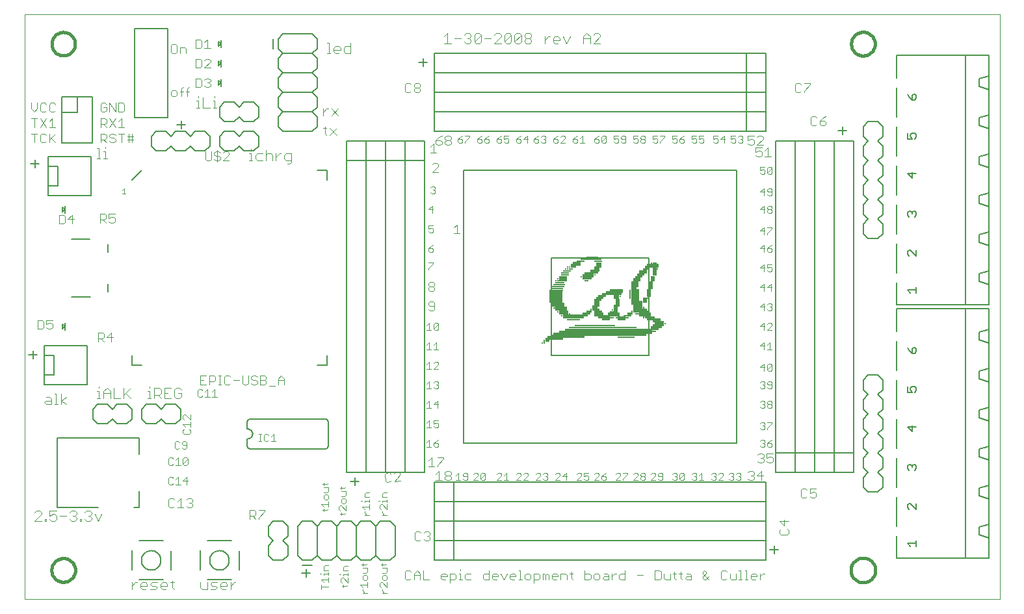
<source format=gto>
G75*
G70*
%OFA0B0*%
%FSLAX24Y24*%
%IPPOS*%
%LPD*%
%AMOC8*
5,1,8,0,0,1.08239X$1,22.5*
%
%ADD10C,0.0000*%
%ADD11C,0.0040*%
%ADD12C,0.0060*%
%ADD13C,0.0030*%
%ADD14C,0.0160*%
%ADD15C,0.0080*%
%ADD16C,0.0020*%
%ADD17C,0.0050*%
%ADD18R,0.0100X0.0100*%
%ADD19R,0.0200X0.0100*%
%ADD20R,0.0400X0.0100*%
%ADD21R,0.0500X0.0100*%
%ADD22R,0.0600X0.0100*%
%ADD23R,0.0700X0.0100*%
%ADD24R,0.0700X0.0400*%
%ADD25R,0.0400X0.0300*%
%ADD26R,0.0300X0.0200*%
%ADD27R,0.0400X0.0200*%
%ADD28R,0.1100X0.0100*%
%ADD29R,0.0300X0.0100*%
%ADD30R,0.0300X0.0300*%
%ADD31R,0.0500X0.0300*%
%ADD32R,0.0700X0.0700*%
%ADD33R,0.0700X0.0200*%
%ADD34R,0.0600X0.0200*%
%ADD35R,0.0500X0.0200*%
%ADD36R,0.1100X0.0200*%
%ADD37R,0.0200X0.0200*%
%ADD38R,0.0100X0.0200*%
%ADD39R,0.0300X0.0400*%
%ADD40R,0.0800X0.0200*%
%ADD41R,0.0200X0.0400*%
%ADD42R,0.0200X0.0600*%
%ADD43R,0.0100X0.0400*%
%ADD44R,0.0500X0.0600*%
%ADD45R,0.0100X0.0600*%
%ADD46R,0.0400X0.0400*%
%ADD47R,0.0400X0.0800*%
%ADD48R,0.0100X0.0500*%
%ADD49R,0.0300X0.0500*%
%ADD50R,0.0200X0.0300*%
%ADD51R,0.0200X0.0700*%
%ADD52R,0.4500X0.0300*%
%ADD53R,0.3500X0.0100*%
%ADD54R,0.2100X0.0100*%
%ADD55R,0.1600X0.0300*%
%ADD56R,0.0600X0.0300*%
%ADD57R,0.0900X0.0100*%
D10*
X000514Y000333D02*
X000514Y030333D01*
X050514Y030333D01*
X050514Y000333D01*
X000514Y000333D01*
D11*
X006034Y000853D02*
X006034Y001200D01*
X006207Y001200D02*
X006034Y001026D01*
X006207Y001200D02*
X006294Y001200D01*
X006464Y001113D02*
X006550Y001200D01*
X006724Y001200D01*
X006811Y001113D01*
X006811Y001026D01*
X006464Y001026D01*
X006464Y000939D02*
X006464Y001113D01*
X006464Y000939D02*
X006550Y000853D01*
X006724Y000853D01*
X006979Y000853D02*
X007240Y000853D01*
X007326Y000939D01*
X007240Y001026D01*
X007066Y001026D01*
X006979Y001113D01*
X007066Y001200D01*
X007326Y001200D01*
X007495Y001113D02*
X007582Y001200D01*
X007755Y001200D01*
X007842Y001113D01*
X007842Y001026D01*
X007495Y001026D01*
X007495Y000939D02*
X007495Y001113D01*
X007495Y000939D02*
X007582Y000853D01*
X007755Y000853D01*
X008097Y000939D02*
X008184Y000853D01*
X008097Y000939D02*
X008097Y001286D01*
X008011Y001200D02*
X008184Y001200D01*
X009534Y001200D02*
X009534Y000939D01*
X009621Y000853D01*
X009881Y000853D01*
X009881Y001200D01*
X010050Y001113D02*
X010136Y001200D01*
X010397Y001200D01*
X010565Y001113D02*
X010652Y001200D01*
X010825Y001200D01*
X010912Y001113D01*
X010912Y001026D01*
X010565Y001026D01*
X010565Y000939D02*
X010565Y001113D01*
X010565Y000939D02*
X010652Y000853D01*
X010825Y000853D01*
X011081Y000853D02*
X011081Y001200D01*
X011254Y001200D02*
X011081Y001026D01*
X011254Y001200D02*
X011341Y001200D01*
X010397Y000939D02*
X010310Y001026D01*
X010136Y001026D01*
X010050Y001113D01*
X010050Y000853D02*
X010310Y000853D01*
X010397Y000939D01*
X012063Y004453D02*
X012063Y004913D01*
X012293Y004913D01*
X012370Y004836D01*
X012370Y004683D01*
X012293Y004606D01*
X012063Y004606D01*
X012217Y004606D02*
X012370Y004453D01*
X012524Y004453D02*
X012524Y004529D01*
X012831Y004836D01*
X012831Y004913D01*
X012524Y004913D01*
X009130Y005129D02*
X009054Y005053D01*
X008900Y005053D01*
X008824Y005129D01*
X008670Y005053D02*
X008363Y005053D01*
X008517Y005053D02*
X008517Y005513D01*
X008363Y005359D01*
X008210Y005436D02*
X008133Y005513D01*
X007980Y005513D01*
X007903Y005436D01*
X007903Y005129D01*
X007980Y005053D01*
X008133Y005053D01*
X008210Y005129D01*
X008824Y005436D02*
X008900Y005513D01*
X009054Y005513D01*
X009130Y005436D01*
X009130Y005359D01*
X009054Y005283D01*
X009130Y005206D01*
X009130Y005129D01*
X009054Y005283D02*
X008977Y005283D01*
X004475Y004700D02*
X004301Y004353D01*
X004128Y004700D01*
X003959Y004700D02*
X003959Y004786D01*
X003872Y004873D01*
X003699Y004873D01*
X003612Y004786D01*
X003786Y004613D02*
X003872Y004613D01*
X003959Y004526D01*
X003959Y004439D01*
X003872Y004353D01*
X003699Y004353D01*
X003612Y004439D01*
X003441Y004439D02*
X003441Y004353D01*
X003354Y004353D01*
X003354Y004439D01*
X003441Y004439D01*
X003186Y004439D02*
X003099Y004353D01*
X002925Y004353D01*
X002839Y004439D01*
X002670Y004613D02*
X002323Y004613D01*
X002154Y004613D02*
X002154Y004439D01*
X002068Y004353D01*
X001894Y004353D01*
X001807Y004439D01*
X001636Y004439D02*
X001636Y004353D01*
X001550Y004353D01*
X001550Y004439D01*
X001636Y004439D01*
X001807Y004613D02*
X001981Y004700D01*
X002068Y004700D01*
X002154Y004613D01*
X002154Y004873D02*
X001807Y004873D01*
X001807Y004613D01*
X001381Y004700D02*
X001034Y004353D01*
X001381Y004353D01*
X001381Y004700D02*
X001381Y004786D01*
X001294Y004873D01*
X001121Y004873D01*
X001034Y004786D01*
X002839Y004786D02*
X002925Y004873D01*
X003099Y004873D01*
X003186Y004786D01*
X003186Y004700D01*
X003099Y004613D01*
X003186Y004526D01*
X003186Y004439D01*
X003099Y004613D02*
X003012Y004613D01*
X003872Y004613D02*
X003959Y004700D01*
X002654Y010353D02*
X002393Y010526D01*
X002654Y010700D01*
X002393Y010873D02*
X002393Y010353D01*
X002223Y010353D02*
X002050Y010353D01*
X002136Y010353D02*
X002136Y010873D01*
X002050Y010873D01*
X001794Y010700D02*
X001881Y010613D01*
X001881Y010353D01*
X001621Y010353D01*
X001534Y010439D01*
X001621Y010526D01*
X001881Y010526D01*
X001794Y010700D02*
X001621Y010700D01*
X004234Y010653D02*
X004407Y010653D01*
X004321Y010653D02*
X004321Y011000D01*
X004234Y011000D01*
X004321Y011173D02*
X004321Y011260D01*
X004578Y011000D02*
X004751Y011173D01*
X004925Y011000D01*
X004925Y010653D01*
X005093Y010653D02*
X005440Y010653D01*
X005609Y010653D02*
X005609Y011173D01*
X005696Y010913D02*
X005956Y010653D01*
X005609Y010826D02*
X005956Y011173D01*
X005093Y011173D02*
X005093Y010653D01*
X004925Y010913D02*
X004578Y010913D01*
X004578Y011000D02*
X004578Y010653D01*
X006834Y010653D02*
X007007Y010653D01*
X006921Y010653D02*
X006921Y011000D01*
X006834Y011000D01*
X006921Y011173D02*
X006921Y011260D01*
X007178Y011173D02*
X007438Y011173D01*
X007525Y011086D01*
X007525Y010913D01*
X007438Y010826D01*
X007178Y010826D01*
X007351Y010826D02*
X007525Y010653D01*
X007693Y010653D02*
X008040Y010653D01*
X008209Y010739D02*
X008296Y010653D01*
X008469Y010653D01*
X008556Y010739D01*
X008556Y010913D01*
X008382Y010913D01*
X008209Y011086D02*
X008209Y010739D01*
X008209Y011086D02*
X008296Y011173D01*
X008469Y011173D01*
X008556Y011086D01*
X008040Y011173D02*
X007693Y011173D01*
X007693Y010653D01*
X007693Y010913D02*
X007867Y010913D01*
X007178Y010653D02*
X007178Y011173D01*
X009534Y011353D02*
X009841Y011353D01*
X009994Y011353D02*
X009994Y011813D01*
X010225Y011813D01*
X010301Y011736D01*
X010301Y011583D01*
X010225Y011506D01*
X009994Y011506D01*
X009687Y011583D02*
X009534Y011583D01*
X009534Y011813D02*
X009534Y011353D01*
X009534Y011813D02*
X009841Y011813D01*
X010455Y011813D02*
X010608Y011813D01*
X010531Y011813D02*
X010531Y011353D01*
X010455Y011353D02*
X010608Y011353D01*
X010762Y011429D02*
X010762Y011736D01*
X010838Y011813D01*
X010992Y011813D01*
X011069Y011736D01*
X011222Y011583D02*
X011529Y011583D01*
X011682Y011429D02*
X011682Y011813D01*
X011989Y011813D02*
X011989Y011429D01*
X011912Y011353D01*
X011759Y011353D01*
X011682Y011429D01*
X012143Y011429D02*
X012219Y011353D01*
X012373Y011353D01*
X012450Y011429D01*
X012450Y011506D01*
X012373Y011583D01*
X012219Y011583D01*
X012143Y011659D01*
X012143Y011736D01*
X012219Y011813D01*
X012373Y011813D01*
X012450Y011736D01*
X012603Y011813D02*
X012833Y011813D01*
X012910Y011736D01*
X012910Y011659D01*
X012833Y011583D01*
X012603Y011583D01*
X012603Y011353D02*
X012603Y011813D01*
X012833Y011583D02*
X012910Y011506D01*
X012910Y011429D01*
X012833Y011353D01*
X012603Y011353D01*
X013063Y011276D02*
X013370Y011276D01*
X013524Y011353D02*
X013524Y011659D01*
X013677Y011813D01*
X013831Y011659D01*
X013831Y011353D01*
X013831Y011583D02*
X013524Y011583D01*
X011069Y011429D02*
X010992Y011353D01*
X010838Y011353D01*
X010762Y011429D01*
X004975Y013553D02*
X004975Y014013D01*
X004744Y013783D01*
X005051Y013783D01*
X004591Y013783D02*
X004514Y013706D01*
X004284Y013706D01*
X004284Y013553D02*
X004284Y014013D01*
X004514Y014013D01*
X004591Y013936D01*
X004591Y013783D01*
X004437Y013706D02*
X004591Y013553D01*
X001951Y014279D02*
X001875Y014203D01*
X001721Y014203D01*
X001644Y014279D01*
X001491Y014279D02*
X001491Y014586D01*
X001414Y014663D01*
X001184Y014663D01*
X001184Y014203D01*
X001414Y014203D01*
X001491Y014279D01*
X001644Y014433D02*
X001798Y014509D01*
X001875Y014509D01*
X001951Y014433D01*
X001951Y014279D01*
X001644Y014433D02*
X001644Y014663D01*
X001951Y014663D01*
X002284Y019603D02*
X002514Y019603D01*
X002591Y019679D01*
X002591Y019986D01*
X002514Y020063D01*
X002284Y020063D01*
X002284Y019603D01*
X002744Y019833D02*
X003051Y019833D01*
X002975Y019603D02*
X002975Y020063D01*
X002744Y019833D01*
X004384Y019806D02*
X004614Y019806D01*
X004691Y019883D01*
X004691Y020036D01*
X004614Y020113D01*
X004384Y020113D01*
X004384Y019653D01*
X004537Y019806D02*
X004691Y019653D01*
X004844Y019729D02*
X004921Y019653D01*
X005075Y019653D01*
X005151Y019729D01*
X005151Y019883D01*
X005075Y019959D01*
X004998Y019959D01*
X004844Y019883D01*
X004844Y020113D01*
X005151Y020113D01*
X004751Y022953D02*
X004578Y022953D01*
X004664Y022953D02*
X004664Y023300D01*
X004578Y023300D01*
X004664Y023473D02*
X004664Y023560D01*
X004722Y023771D02*
X004569Y023925D01*
X004645Y023925D02*
X004415Y023925D01*
X004415Y023771D02*
X004415Y024232D01*
X004645Y024232D01*
X004722Y024155D01*
X004722Y024002D01*
X004645Y023925D01*
X004875Y023848D02*
X004952Y023771D01*
X005106Y023771D01*
X005182Y023848D01*
X005182Y023925D01*
X005106Y024002D01*
X004952Y024002D01*
X004875Y024078D01*
X004875Y024155D01*
X004952Y024232D01*
X005106Y024232D01*
X005182Y024155D01*
X005336Y024232D02*
X005643Y024232D01*
X005489Y024232D02*
X005489Y023771D01*
X005796Y023925D02*
X006103Y023925D01*
X006103Y024078D02*
X006026Y024078D01*
X005796Y024078D01*
X005873Y024232D02*
X005873Y023771D01*
X006026Y023771D02*
X006026Y024232D01*
X005643Y024559D02*
X005336Y024559D01*
X005489Y024559D02*
X005489Y025019D01*
X005336Y024866D01*
X005182Y025019D02*
X004875Y024559D01*
X004722Y024559D02*
X004569Y024712D01*
X004645Y024712D02*
X004415Y024712D01*
X004415Y024559D02*
X004415Y025019D01*
X004645Y025019D01*
X004722Y024943D01*
X004722Y024789D01*
X004645Y024712D01*
X004875Y025019D02*
X005182Y024559D01*
X005182Y025346D02*
X005182Y025807D01*
X005336Y025807D02*
X005566Y025807D01*
X005643Y025730D01*
X005643Y025423D01*
X005566Y025346D01*
X005336Y025346D01*
X005336Y025807D01*
X004875Y025807D02*
X005182Y025346D01*
X004875Y025346D02*
X004875Y025807D01*
X004722Y025730D02*
X004645Y025807D01*
X004492Y025807D01*
X004415Y025730D01*
X004415Y025423D01*
X004492Y025346D01*
X004645Y025346D01*
X004722Y025423D01*
X004722Y025576D01*
X004569Y025576D01*
X002099Y025423D02*
X002023Y025346D01*
X001869Y025346D01*
X001793Y025423D01*
X001793Y025730D01*
X001869Y025807D01*
X002023Y025807D01*
X002099Y025730D01*
X001639Y025730D02*
X001562Y025807D01*
X001409Y025807D01*
X001332Y025730D01*
X001332Y025423D01*
X001409Y025346D01*
X001562Y025346D01*
X001639Y025423D01*
X001179Y025500D02*
X001025Y025346D01*
X000872Y025500D01*
X000872Y025807D01*
X001179Y025807D02*
X001179Y025500D01*
X001179Y025019D02*
X000872Y025019D01*
X001025Y025019D02*
X001025Y024559D01*
X001332Y024559D02*
X001639Y025019D01*
X001793Y024866D02*
X001946Y025019D01*
X001946Y024559D01*
X001793Y024559D02*
X002099Y024559D01*
X002099Y024232D02*
X001793Y023925D01*
X001869Y024002D02*
X002099Y023771D01*
X001793Y023771D02*
X001793Y024232D01*
X001639Y024155D02*
X001562Y024232D01*
X001409Y024232D01*
X001332Y024155D01*
X001332Y023848D01*
X001409Y023771D01*
X001562Y023771D01*
X001639Y023848D01*
X001179Y024232D02*
X000872Y024232D01*
X001025Y024232D02*
X001025Y023771D01*
X001639Y024559D02*
X001332Y025019D01*
X004234Y023473D02*
X004321Y023473D01*
X004321Y022953D01*
X004407Y022953D02*
X004234Y022953D01*
X008034Y026229D02*
X008111Y026153D01*
X008264Y026153D01*
X008341Y026229D01*
X008341Y026383D01*
X008264Y026459D01*
X008111Y026459D01*
X008034Y026383D01*
X008034Y026229D01*
X008494Y026383D02*
X008648Y026383D01*
X008801Y026383D02*
X008955Y026383D01*
X008878Y026536D02*
X008955Y026613D01*
X008878Y026536D02*
X008878Y026153D01*
X008571Y026153D02*
X008571Y026536D01*
X008648Y026613D01*
X009284Y026603D02*
X009514Y026603D01*
X009591Y026679D01*
X009591Y026986D01*
X009514Y027063D01*
X009284Y027063D01*
X009284Y026603D01*
X009421Y026160D02*
X009421Y026073D01*
X009421Y025900D02*
X009421Y025553D01*
X009507Y025553D02*
X009334Y025553D01*
X009678Y025553D02*
X010025Y025553D01*
X010193Y025553D02*
X010367Y025553D01*
X010280Y025553D02*
X010280Y025900D01*
X010193Y025900D01*
X010280Y026073D02*
X010280Y026160D01*
X009975Y026603D02*
X009821Y026603D01*
X009744Y026679D01*
X009898Y026833D02*
X009975Y026833D01*
X010051Y026756D01*
X010051Y026679D01*
X009975Y026603D01*
X009975Y026833D02*
X010051Y026909D01*
X010051Y026986D01*
X009975Y027063D01*
X009821Y027063D01*
X009744Y026986D01*
X009744Y027603D02*
X010051Y027909D01*
X010051Y027986D01*
X009975Y028063D01*
X009821Y028063D01*
X009744Y027986D01*
X009591Y027986D02*
X009591Y027679D01*
X009514Y027603D01*
X009284Y027603D01*
X009284Y028063D01*
X009514Y028063D01*
X009591Y027986D01*
X008801Y028353D02*
X008801Y028583D01*
X008725Y028659D01*
X008494Y028659D01*
X008494Y028353D01*
X008341Y028429D02*
X008341Y028736D01*
X008264Y028813D01*
X008111Y028813D01*
X008034Y028736D01*
X008034Y028429D01*
X008111Y028353D01*
X008264Y028353D01*
X008341Y028429D01*
X009284Y028603D02*
X009284Y029063D01*
X009514Y029063D01*
X009591Y028986D01*
X009591Y028679D01*
X009514Y028603D01*
X009284Y028603D01*
X009744Y028603D02*
X010051Y028603D01*
X009898Y028603D02*
X009898Y029063D01*
X009744Y028909D01*
X009744Y027603D02*
X010051Y027603D01*
X009678Y026073D02*
X009678Y025553D01*
X009421Y025900D02*
X009334Y025900D01*
X009784Y023313D02*
X009784Y022929D01*
X009861Y022853D01*
X010014Y022853D01*
X010091Y022929D01*
X010091Y023313D01*
X010244Y023236D02*
X010244Y023159D01*
X010321Y023083D01*
X010475Y023083D01*
X010551Y023006D01*
X010551Y022929D01*
X010475Y022853D01*
X010321Y022853D01*
X010244Y022929D01*
X010398Y022776D02*
X010398Y023390D01*
X010475Y023313D02*
X010551Y023236D01*
X010475Y023313D02*
X010321Y023313D01*
X010244Y023236D01*
X010705Y023236D02*
X010781Y023313D01*
X010935Y023313D01*
X011012Y023236D01*
X011012Y023159D01*
X010705Y022853D01*
X011012Y022853D01*
X012034Y022853D02*
X012207Y022853D01*
X012121Y022853D02*
X012121Y023200D01*
X012034Y023200D01*
X012121Y023373D02*
X012121Y023460D01*
X012464Y023200D02*
X012378Y023113D01*
X012378Y022939D01*
X012464Y022853D01*
X012725Y022853D01*
X012893Y022853D02*
X012893Y023373D01*
X012980Y023200D02*
X013154Y023200D01*
X013240Y023113D01*
X013240Y022853D01*
X013409Y022853D02*
X013409Y023200D01*
X013582Y023200D02*
X013669Y023200D01*
X013582Y023200D02*
X013409Y023026D01*
X013839Y022939D02*
X013925Y022853D01*
X014186Y022853D01*
X014186Y022766D02*
X014186Y023200D01*
X013925Y023200D01*
X013839Y023113D01*
X013839Y022939D01*
X014012Y022679D02*
X014099Y022679D01*
X014186Y022766D01*
X012980Y023200D02*
X012893Y023113D01*
X012725Y023200D02*
X012464Y023200D01*
X015921Y024239D02*
X016007Y024153D01*
X015921Y024239D02*
X015921Y024586D01*
X016007Y024500D02*
X015834Y024500D01*
X016178Y024500D02*
X016525Y024153D01*
X016178Y024153D02*
X016525Y024500D01*
X016611Y025153D02*
X016264Y025500D01*
X016094Y025500D02*
X016007Y025500D01*
X015834Y025326D01*
X015834Y025153D02*
X015834Y025500D01*
X016264Y025153D02*
X016611Y025500D01*
X020034Y026429D02*
X020111Y026353D01*
X020264Y026353D01*
X020341Y026429D01*
X020494Y026429D02*
X020494Y026506D01*
X020571Y026583D01*
X020725Y026583D01*
X020801Y026506D01*
X020801Y026429D01*
X020725Y026353D01*
X020571Y026353D01*
X020494Y026429D01*
X020571Y026583D02*
X020494Y026659D01*
X020494Y026736D01*
X020571Y026813D01*
X020725Y026813D01*
X020801Y026736D01*
X020801Y026659D01*
X020725Y026583D01*
X020341Y026736D02*
X020264Y026813D01*
X020111Y026813D01*
X020034Y026736D01*
X020034Y026429D01*
X017240Y028353D02*
X016980Y028353D01*
X016893Y028439D01*
X016893Y028613D01*
X016980Y028700D01*
X017240Y028700D01*
X017240Y028873D02*
X017240Y028353D01*
X016725Y028526D02*
X016725Y028613D01*
X016638Y028700D01*
X016464Y028700D01*
X016378Y028613D01*
X016378Y028439D01*
X016464Y028353D01*
X016638Y028353D01*
X016725Y028526D02*
X016378Y028526D01*
X016207Y028353D02*
X016034Y028353D01*
X016121Y028353D02*
X016121Y028873D01*
X016034Y028873D01*
X022034Y028853D02*
X022381Y028853D01*
X022207Y028853D02*
X022207Y029373D01*
X022034Y029200D01*
X022550Y029113D02*
X022897Y029113D01*
X023065Y029286D02*
X023152Y029373D01*
X023325Y029373D01*
X023412Y029286D01*
X023412Y029200D01*
X023325Y029113D01*
X023412Y029026D01*
X023412Y028939D01*
X023325Y028853D01*
X023152Y028853D01*
X023065Y028939D01*
X023239Y029113D02*
X023325Y029113D01*
X023581Y029286D02*
X023581Y028939D01*
X023928Y029286D01*
X023928Y028939D01*
X023841Y028853D01*
X023668Y028853D01*
X023581Y028939D01*
X023581Y029286D02*
X023668Y029373D01*
X023841Y029373D01*
X023928Y029286D01*
X024097Y029113D02*
X024443Y029113D01*
X024612Y029286D02*
X024699Y029373D01*
X024872Y029373D01*
X024959Y029286D01*
X024959Y029200D01*
X024612Y028853D01*
X024959Y028853D01*
X025128Y028939D02*
X025215Y028853D01*
X025388Y028853D01*
X025475Y028939D01*
X025475Y029286D01*
X025128Y028939D01*
X025128Y029286D01*
X025215Y029373D01*
X025388Y029373D01*
X025475Y029286D01*
X025643Y029286D02*
X025730Y029373D01*
X025904Y029373D01*
X025990Y029286D01*
X025643Y028939D01*
X025730Y028853D01*
X025904Y028853D01*
X025990Y028939D01*
X025990Y029286D01*
X026159Y029286D02*
X026159Y029200D01*
X026246Y029113D01*
X026419Y029113D01*
X026506Y029026D01*
X026506Y028939D01*
X026419Y028853D01*
X026246Y028853D01*
X026159Y028939D01*
X026159Y029026D01*
X026246Y029113D01*
X026419Y029113D02*
X026506Y029200D01*
X026506Y029286D01*
X026419Y029373D01*
X026246Y029373D01*
X026159Y029286D01*
X025643Y029286D02*
X025643Y028939D01*
X027190Y028853D02*
X027190Y029200D01*
X027190Y029026D02*
X027364Y029200D01*
X027451Y029200D01*
X027620Y029113D02*
X027707Y029200D01*
X027880Y029200D01*
X027967Y029113D01*
X027967Y029026D01*
X027620Y029026D01*
X027620Y028939D02*
X027620Y029113D01*
X027620Y028939D02*
X027707Y028853D01*
X027880Y028853D01*
X028309Y028853D02*
X028483Y029200D01*
X028136Y029200D02*
X028309Y028853D01*
X029167Y028853D02*
X029167Y029200D01*
X029340Y029373D01*
X029514Y029200D01*
X029514Y028853D01*
X029683Y028853D02*
X030029Y029200D01*
X030029Y029286D01*
X029943Y029373D01*
X029769Y029373D01*
X029683Y029286D01*
X029514Y029113D02*
X029167Y029113D01*
X029683Y028853D02*
X030029Y028853D01*
X037613Y024113D02*
X037613Y023883D01*
X037767Y023959D01*
X037843Y023959D01*
X037920Y023883D01*
X037920Y023729D01*
X037843Y023653D01*
X037690Y023653D01*
X037613Y023729D01*
X037613Y024113D02*
X037920Y024113D01*
X038074Y024036D02*
X038150Y024113D01*
X038304Y024113D01*
X038381Y024036D01*
X038381Y023959D01*
X038074Y023653D01*
X038381Y023653D01*
X038320Y023513D02*
X038013Y023513D01*
X038013Y023283D01*
X038167Y023359D01*
X038243Y023359D01*
X038320Y023283D01*
X038320Y023129D01*
X038243Y023053D01*
X038090Y023053D01*
X038013Y023129D01*
X038474Y023053D02*
X038781Y023053D01*
X038627Y023053D02*
X038627Y023513D01*
X038474Y023359D01*
X040834Y024729D02*
X040911Y024653D01*
X041064Y024653D01*
X041141Y024729D01*
X041294Y024729D02*
X041371Y024653D01*
X041525Y024653D01*
X041601Y024729D01*
X041601Y024806D01*
X041525Y024883D01*
X041294Y024883D01*
X041294Y024729D01*
X041294Y024883D02*
X041448Y025036D01*
X041601Y025113D01*
X041141Y025036D02*
X041064Y025113D01*
X040911Y025113D01*
X040834Y025036D01*
X040834Y024729D01*
X040494Y026353D02*
X040494Y026429D01*
X040801Y026736D01*
X040801Y026813D01*
X040494Y026813D01*
X040341Y026736D02*
X040264Y026813D01*
X040111Y026813D01*
X040034Y026736D01*
X040034Y026429D01*
X040111Y026353D01*
X040264Y026353D01*
X040341Y026429D01*
X022841Y019103D02*
X022534Y019103D01*
X022687Y019103D02*
X022687Y019563D01*
X022534Y019409D01*
X021741Y022253D02*
X021434Y022253D01*
X021741Y022559D01*
X021741Y022636D01*
X021664Y022713D01*
X021511Y022713D01*
X021434Y022636D01*
X021487Y023253D02*
X021487Y023713D01*
X021334Y023559D01*
X021334Y023253D02*
X021641Y023253D01*
X021690Y023653D02*
X021843Y023653D01*
X021920Y023729D01*
X021920Y023806D01*
X021843Y023883D01*
X021613Y023883D01*
X021613Y023729D01*
X021690Y023653D01*
X021613Y023883D02*
X021767Y024036D01*
X021920Y024113D01*
X022074Y024036D02*
X022074Y023959D01*
X022150Y023883D01*
X022304Y023883D01*
X022381Y023806D01*
X022381Y023729D01*
X022304Y023653D01*
X022150Y023653D01*
X022074Y023729D01*
X022074Y023806D01*
X022150Y023883D01*
X022304Y023883D02*
X022381Y023959D01*
X022381Y024036D01*
X022304Y024113D01*
X022150Y024113D01*
X022074Y024036D01*
X021464Y016613D02*
X021541Y016536D01*
X021541Y016459D01*
X021464Y016383D01*
X021311Y016383D01*
X021234Y016459D01*
X021234Y016536D01*
X021311Y016613D01*
X021464Y016613D01*
X021464Y016383D02*
X021541Y016306D01*
X021541Y016229D01*
X021464Y016153D01*
X021311Y016153D01*
X021234Y016229D01*
X021234Y016306D01*
X021311Y016383D01*
X021311Y015613D02*
X021234Y015536D01*
X021234Y015459D01*
X021311Y015383D01*
X021541Y015383D01*
X021541Y015536D02*
X021464Y015613D01*
X021311Y015613D01*
X021541Y015536D02*
X021541Y015229D01*
X021464Y015153D01*
X021311Y015153D01*
X021234Y015229D01*
X021387Y007613D02*
X021387Y007153D01*
X021234Y007153D02*
X021541Y007153D01*
X021694Y007153D02*
X021694Y007229D01*
X022001Y007536D01*
X022001Y007613D01*
X021694Y007613D01*
X021387Y007613D02*
X021234Y007459D01*
X021767Y006913D02*
X021613Y006759D01*
X021767Y006913D02*
X021767Y006453D01*
X021920Y006453D02*
X021613Y006453D01*
X022074Y006529D02*
X022074Y006606D01*
X022150Y006683D01*
X022304Y006683D01*
X022381Y006606D01*
X022381Y006529D01*
X022304Y006453D01*
X022150Y006453D01*
X022074Y006529D01*
X022150Y006683D02*
X022074Y006759D01*
X022074Y006836D01*
X022150Y006913D01*
X022304Y006913D01*
X022381Y006836D01*
X022381Y006759D01*
X022304Y006683D01*
X019796Y006421D02*
X019491Y006394D01*
X019770Y006727D01*
X019763Y006803D01*
X019680Y006873D01*
X019527Y006860D01*
X019457Y006776D01*
X019304Y006763D02*
X019221Y006833D01*
X019068Y006820D01*
X018999Y006736D01*
X019025Y006431D01*
X019109Y006361D01*
X019261Y006374D01*
X019331Y006457D01*
X020611Y003813D02*
X020534Y003736D01*
X020534Y003429D01*
X020611Y003353D01*
X020764Y003353D01*
X020841Y003429D01*
X020994Y003429D02*
X021071Y003353D01*
X021225Y003353D01*
X021301Y003429D01*
X021301Y003506D01*
X021225Y003583D01*
X021148Y003583D01*
X021225Y003583D02*
X021301Y003659D01*
X021301Y003736D01*
X021225Y003813D01*
X021071Y003813D01*
X020994Y003736D01*
X020841Y003736D02*
X020764Y003813D01*
X020611Y003813D01*
X022873Y001890D02*
X022873Y001813D01*
X022873Y001659D02*
X022873Y001353D01*
X022796Y001353D02*
X022950Y001353D01*
X023103Y001429D02*
X023180Y001353D01*
X023410Y001353D01*
X023410Y001659D02*
X023180Y001659D01*
X023103Y001583D01*
X023103Y001429D01*
X022873Y001659D02*
X022796Y001659D01*
X022643Y001583D02*
X022643Y001429D01*
X022566Y001353D01*
X022336Y001353D01*
X022336Y001199D02*
X022336Y001659D01*
X022566Y001659D01*
X022643Y001583D01*
X022182Y001583D02*
X022182Y001506D01*
X021875Y001506D01*
X021875Y001429D02*
X021875Y001583D01*
X021952Y001659D01*
X022106Y001659D01*
X022182Y001583D01*
X022106Y001353D02*
X021952Y001353D01*
X021875Y001429D01*
X021262Y001353D02*
X020955Y001353D01*
X020955Y001813D01*
X020801Y001659D02*
X020801Y001353D01*
X020801Y001583D02*
X020494Y001583D01*
X020494Y001659D02*
X020648Y001813D01*
X020801Y001659D01*
X020494Y001659D02*
X020494Y001353D01*
X020341Y001429D02*
X020264Y001353D01*
X020111Y001353D01*
X020034Y001429D01*
X020034Y001736D01*
X020111Y001813D01*
X020264Y001813D01*
X020341Y001736D01*
X024024Y001583D02*
X024024Y001429D01*
X024100Y001353D01*
X024331Y001353D01*
X024331Y001813D01*
X024331Y001659D02*
X024100Y001659D01*
X024024Y001583D01*
X024484Y001583D02*
X024484Y001429D01*
X024561Y001353D01*
X024714Y001353D01*
X024791Y001506D02*
X024484Y001506D01*
X024484Y001583D02*
X024561Y001659D01*
X024714Y001659D01*
X024791Y001583D01*
X024791Y001506D01*
X024944Y001659D02*
X025098Y001353D01*
X025251Y001659D01*
X025405Y001583D02*
X025405Y001429D01*
X025481Y001353D01*
X025635Y001353D01*
X025712Y001506D02*
X025405Y001506D01*
X025405Y001583D02*
X025481Y001659D01*
X025635Y001659D01*
X025712Y001583D01*
X025712Y001506D01*
X025865Y001353D02*
X026019Y001353D01*
X025942Y001353D02*
X025942Y001813D01*
X025865Y001813D01*
X026172Y001583D02*
X026172Y001429D01*
X026249Y001353D01*
X026402Y001353D01*
X026479Y001429D01*
X026479Y001583D01*
X026402Y001659D01*
X026249Y001659D01*
X026172Y001583D01*
X026632Y001659D02*
X026863Y001659D01*
X026939Y001583D01*
X026939Y001429D01*
X026863Y001353D01*
X026632Y001353D01*
X026632Y001199D02*
X026632Y001659D01*
X027093Y001659D02*
X027093Y001353D01*
X027246Y001353D02*
X027246Y001583D01*
X027323Y001659D01*
X027400Y001583D01*
X027400Y001353D01*
X027553Y001429D02*
X027553Y001583D01*
X027630Y001659D01*
X027783Y001659D01*
X027860Y001583D01*
X027860Y001506D01*
X027553Y001506D01*
X027553Y001429D02*
X027630Y001353D01*
X027783Y001353D01*
X028013Y001353D02*
X028013Y001659D01*
X028244Y001659D01*
X028320Y001583D01*
X028320Y001353D01*
X028551Y001429D02*
X028551Y001736D01*
X028474Y001659D02*
X028627Y001659D01*
X028551Y001429D02*
X028627Y001353D01*
X029241Y001353D02*
X029241Y001813D01*
X029241Y001659D02*
X029471Y001659D01*
X029548Y001583D01*
X029548Y001429D01*
X029471Y001353D01*
X029241Y001353D01*
X029701Y001429D02*
X029701Y001583D01*
X029778Y001659D01*
X029932Y001659D01*
X030008Y001583D01*
X030008Y001429D01*
X029932Y001353D01*
X029778Y001353D01*
X029701Y001429D01*
X030162Y001429D02*
X030238Y001506D01*
X030469Y001506D01*
X030469Y001583D02*
X030469Y001353D01*
X030238Y001353D01*
X030162Y001429D01*
X030238Y001659D02*
X030392Y001659D01*
X030469Y001583D01*
X030622Y001659D02*
X030622Y001353D01*
X030622Y001506D02*
X030776Y001659D01*
X030852Y001659D01*
X031006Y001583D02*
X031006Y001429D01*
X031082Y001353D01*
X031313Y001353D01*
X031313Y001813D01*
X031313Y001659D02*
X031082Y001659D01*
X031006Y001583D01*
X031926Y001583D02*
X032233Y001583D01*
X032847Y001813D02*
X032847Y001353D01*
X033077Y001353D01*
X033154Y001429D01*
X033154Y001736D01*
X033077Y001813D01*
X032847Y001813D01*
X033308Y001659D02*
X033308Y001429D01*
X033384Y001353D01*
X033614Y001353D01*
X033614Y001659D01*
X033768Y001659D02*
X033921Y001659D01*
X033845Y001736D02*
X033845Y001429D01*
X033921Y001353D01*
X034151Y001429D02*
X034228Y001353D01*
X034151Y001429D02*
X034151Y001736D01*
X034075Y001659D02*
X034228Y001659D01*
X034458Y001659D02*
X034612Y001659D01*
X034689Y001583D01*
X034689Y001353D01*
X034458Y001353D01*
X034382Y001429D01*
X034458Y001506D01*
X034689Y001506D01*
X035302Y001506D02*
X035456Y001659D01*
X035456Y001736D01*
X035379Y001813D01*
X035302Y001736D01*
X035302Y001659D01*
X035609Y001353D01*
X035609Y001506D02*
X035456Y001353D01*
X035379Y001353D01*
X035302Y001429D01*
X035302Y001506D01*
X036223Y001429D02*
X036300Y001353D01*
X036453Y001353D01*
X036530Y001429D01*
X036683Y001429D02*
X036760Y001353D01*
X036990Y001353D01*
X036990Y001659D01*
X037144Y001813D02*
X037220Y001813D01*
X037220Y001353D01*
X037144Y001353D02*
X037297Y001353D01*
X037451Y001353D02*
X037604Y001353D01*
X037527Y001353D02*
X037527Y001813D01*
X037451Y001813D01*
X037758Y001583D02*
X037758Y001429D01*
X037834Y001353D01*
X037988Y001353D01*
X038064Y001506D02*
X037758Y001506D01*
X037758Y001583D02*
X037834Y001659D01*
X037988Y001659D01*
X038064Y001583D01*
X038064Y001506D01*
X038218Y001506D02*
X038371Y001659D01*
X038448Y001659D01*
X038218Y001659D02*
X038218Y001353D01*
X036683Y001429D02*
X036683Y001659D01*
X036530Y001736D02*
X036453Y001813D01*
X036300Y001813D01*
X036223Y001736D01*
X036223Y001429D01*
X039234Y003729D02*
X039310Y003653D01*
X039617Y003653D01*
X039694Y003729D01*
X039694Y003883D01*
X039617Y003959D01*
X039464Y004113D02*
X039464Y004420D01*
X039694Y004343D02*
X039234Y004343D01*
X039464Y004113D01*
X039310Y003959D02*
X039234Y003883D01*
X039234Y003729D01*
X040411Y005553D02*
X040564Y005553D01*
X040641Y005629D01*
X040794Y005629D02*
X040871Y005553D01*
X041025Y005553D01*
X041101Y005629D01*
X041101Y005783D01*
X041025Y005859D01*
X040948Y005859D01*
X040794Y005783D01*
X040794Y006013D01*
X041101Y006013D01*
X040641Y005936D02*
X040564Y006013D01*
X040411Y006013D01*
X040334Y005936D01*
X040334Y005629D01*
X040411Y005553D01*
X038304Y006453D02*
X038304Y006913D01*
X038074Y006683D01*
X038381Y006683D01*
X037920Y006759D02*
X037843Y006683D01*
X037920Y006606D01*
X037920Y006529D01*
X037843Y006453D01*
X037690Y006453D01*
X037613Y006529D01*
X037767Y006683D02*
X037843Y006683D01*
X037920Y006759D02*
X037920Y006836D01*
X037843Y006913D01*
X037690Y006913D01*
X037613Y006836D01*
X038190Y007353D02*
X038113Y007429D01*
X038190Y007353D02*
X038343Y007353D01*
X038420Y007429D01*
X038420Y007506D01*
X038343Y007583D01*
X038267Y007583D01*
X038343Y007583D02*
X038420Y007659D01*
X038420Y007736D01*
X038343Y007813D01*
X038190Y007813D01*
X038113Y007736D01*
X038574Y007813D02*
X038574Y007583D01*
X038727Y007659D01*
X038804Y007659D01*
X038881Y007583D01*
X038881Y007429D01*
X038804Y007353D01*
X038650Y007353D01*
X038574Y007429D01*
X038574Y007813D02*
X038881Y007813D01*
X027246Y001583D02*
X027169Y001659D01*
X027093Y001659D01*
D12*
X019514Y002583D02*
X019264Y002333D01*
X018764Y002333D01*
X018514Y002583D01*
X018514Y004083D01*
X018764Y004333D01*
X019264Y004333D01*
X019514Y004083D01*
X019514Y002583D01*
X018514Y002583D02*
X018264Y002333D01*
X017764Y002333D01*
X017514Y002583D01*
X017514Y004083D01*
X017764Y004333D01*
X018264Y004333D01*
X018514Y004083D01*
X017514Y004083D02*
X017264Y004333D01*
X016764Y004333D01*
X016514Y004083D01*
X016514Y002583D01*
X016764Y002333D01*
X017264Y002333D01*
X017514Y002583D01*
X016514Y002583D02*
X016264Y002333D01*
X015764Y002333D01*
X015514Y002583D01*
X015514Y004083D01*
X015764Y004333D01*
X016264Y004333D01*
X016514Y004083D01*
X015514Y004083D02*
X015264Y004333D01*
X014764Y004333D01*
X014514Y004083D01*
X014514Y002583D01*
X014764Y002333D01*
X015264Y002333D01*
X015514Y002583D01*
X014958Y001896D02*
X014958Y001469D01*
X015171Y001683D02*
X014744Y001683D01*
X017458Y006169D02*
X017458Y006596D01*
X017244Y006383D02*
X017671Y006383D01*
X001171Y012883D02*
X000744Y012883D01*
X000958Y013096D02*
X000958Y012669D01*
X001058Y022469D02*
X001058Y022896D01*
X000844Y022683D02*
X001271Y022683D01*
X008344Y024683D02*
X008771Y024683D01*
X008558Y024896D02*
X008558Y024469D01*
X013514Y024583D02*
X013514Y025083D01*
X013764Y025333D01*
X015264Y025333D01*
X015514Y025083D01*
X015514Y024583D01*
X015264Y024333D01*
X013764Y024333D01*
X013514Y024583D01*
X013764Y025333D02*
X013514Y025583D01*
X013514Y026083D01*
X013764Y026333D01*
X015264Y026333D01*
X015514Y026083D01*
X015514Y025583D01*
X015264Y025333D01*
X015264Y026333D02*
X015514Y026583D01*
X015514Y027083D01*
X015264Y027333D01*
X013764Y027333D01*
X013514Y027083D01*
X013514Y026583D01*
X013764Y026333D01*
X013764Y027333D02*
X013514Y027583D01*
X013514Y028083D01*
X013764Y028333D01*
X015264Y028333D01*
X015514Y028083D01*
X015514Y027583D01*
X015264Y027333D01*
X015264Y028333D02*
X015514Y028583D01*
X015514Y029083D01*
X015264Y029333D01*
X013764Y029333D01*
X013514Y029083D01*
X013514Y028583D01*
X013764Y028333D01*
X020744Y027883D02*
X021171Y027883D01*
X020958Y028096D02*
X020958Y027669D01*
X042244Y024383D02*
X042671Y024383D01*
X042458Y024596D02*
X042458Y024169D01*
X045214Y024583D02*
X045214Y023083D01*
X045214Y022583D02*
X045214Y021083D01*
X045214Y020583D02*
X045214Y019083D01*
X045214Y018583D02*
X045214Y017083D01*
X045214Y016583D02*
X045214Y015433D01*
X048764Y015433D01*
X049964Y015433D01*
X049964Y016483D01*
X049964Y017183D01*
X049964Y018483D01*
X049964Y019183D01*
X049964Y020483D01*
X049464Y020633D01*
X049464Y021033D01*
X049964Y021183D01*
X049964Y022483D01*
X049464Y022633D01*
X049464Y023033D01*
X049964Y023183D01*
X049964Y024483D01*
X049464Y024633D01*
X049464Y025033D01*
X049964Y025183D01*
X049964Y026483D01*
X049464Y026633D01*
X049464Y027033D01*
X049964Y027183D01*
X049964Y028233D01*
X048764Y028233D01*
X045214Y028233D01*
X045214Y027083D01*
X045214Y026583D02*
X045214Y025083D01*
X049964Y025183D02*
X049964Y024483D01*
X049964Y023183D02*
X049964Y022483D01*
X049964Y021183D02*
X049964Y020483D01*
X049964Y019183D02*
X049464Y019033D01*
X049464Y018633D01*
X049964Y018483D01*
X049964Y017183D02*
X049464Y017033D01*
X049464Y016633D01*
X049964Y016483D01*
X048764Y015433D02*
X048764Y028233D01*
X049964Y027183D02*
X049964Y026483D01*
X049964Y015233D02*
X048764Y015233D01*
X045214Y015233D01*
X045214Y014083D01*
X045214Y013583D02*
X045214Y012083D01*
X045214Y011583D02*
X045214Y010083D01*
X045214Y009583D02*
X045214Y008083D01*
X045214Y007583D02*
X045214Y006083D01*
X045214Y005583D02*
X045214Y004083D01*
X045214Y003583D02*
X045214Y002433D01*
X048764Y002433D01*
X049964Y002433D01*
X049964Y003483D01*
X049964Y004183D01*
X049964Y005483D01*
X049964Y006183D01*
X049964Y007483D01*
X049464Y007633D01*
X049464Y008033D01*
X049964Y008183D01*
X049964Y009483D01*
X049464Y009633D01*
X049464Y010033D01*
X049964Y010183D01*
X049964Y011483D01*
X049464Y011633D01*
X049464Y012033D01*
X049964Y012183D01*
X049964Y013483D01*
X049464Y013633D01*
X049464Y014033D01*
X049964Y014183D01*
X049964Y015233D01*
X048764Y015233D02*
X048764Y002433D01*
X049464Y003633D02*
X049964Y003483D01*
X049464Y003633D02*
X049464Y004033D01*
X049964Y004183D01*
X049964Y005483D02*
X049464Y005633D01*
X049464Y006033D01*
X049964Y006183D01*
X049964Y007483D02*
X049964Y008183D01*
X049964Y009483D02*
X049964Y010183D01*
X049964Y011483D02*
X049964Y012183D01*
X049964Y013483D02*
X049964Y014183D01*
X038958Y003096D02*
X038958Y002669D01*
X039171Y002883D02*
X038744Y002883D01*
D13*
X037182Y006448D02*
X037059Y006448D01*
X036997Y006509D01*
X036876Y006509D02*
X036814Y006448D01*
X036691Y006448D01*
X036629Y006509D01*
X036752Y006633D02*
X036814Y006633D01*
X036876Y006571D01*
X036876Y006509D01*
X036814Y006633D02*
X036876Y006694D01*
X036876Y006756D01*
X036814Y006818D01*
X036691Y006818D01*
X036629Y006756D01*
X036344Y006756D02*
X036282Y006818D01*
X036159Y006818D01*
X036097Y006756D01*
X035976Y006756D02*
X035976Y006694D01*
X035914Y006633D01*
X035976Y006571D01*
X035976Y006509D01*
X035914Y006448D01*
X035791Y006448D01*
X035729Y006509D01*
X035852Y006633D02*
X035914Y006633D01*
X035976Y006756D02*
X035914Y006818D01*
X035791Y006818D01*
X035729Y006756D01*
X036097Y006448D02*
X036344Y006694D01*
X036344Y006756D01*
X036344Y006448D02*
X036097Y006448D01*
X035344Y006448D02*
X035097Y006448D01*
X035221Y006448D02*
X035221Y006818D01*
X035097Y006694D01*
X034976Y006694D02*
X034914Y006633D01*
X034976Y006571D01*
X034976Y006509D01*
X034914Y006448D01*
X034791Y006448D01*
X034729Y006509D01*
X034852Y006633D02*
X034914Y006633D01*
X034976Y006694D02*
X034976Y006756D01*
X034914Y006818D01*
X034791Y006818D01*
X034729Y006756D01*
X034344Y006756D02*
X034097Y006509D01*
X034159Y006448D01*
X034282Y006448D01*
X034344Y006509D01*
X034344Y006756D01*
X034282Y006818D01*
X034159Y006818D01*
X034097Y006756D01*
X034097Y006509D01*
X033976Y006509D02*
X033914Y006448D01*
X033791Y006448D01*
X033729Y006509D01*
X033852Y006633D02*
X033914Y006633D01*
X033976Y006571D01*
X033976Y006509D01*
X033914Y006633D02*
X033976Y006694D01*
X033976Y006756D01*
X033914Y006818D01*
X033791Y006818D01*
X033729Y006756D01*
X033244Y006756D02*
X033244Y006509D01*
X033182Y006448D01*
X033059Y006448D01*
X032997Y006509D01*
X032876Y006448D02*
X032629Y006448D01*
X032876Y006694D01*
X032876Y006756D01*
X032814Y006818D01*
X032691Y006818D01*
X032629Y006756D01*
X032344Y006756D02*
X032344Y006694D01*
X032282Y006633D01*
X032159Y006633D01*
X032097Y006694D01*
X032097Y006756D01*
X032159Y006818D01*
X032282Y006818D01*
X032344Y006756D01*
X032282Y006633D02*
X032344Y006571D01*
X032344Y006509D01*
X032282Y006448D01*
X032159Y006448D01*
X032097Y006509D01*
X032097Y006571D01*
X032159Y006633D01*
X031976Y006694D02*
X031976Y006756D01*
X031914Y006818D01*
X031791Y006818D01*
X031729Y006756D01*
X031976Y006694D02*
X031729Y006448D01*
X031976Y006448D01*
X031444Y006756D02*
X031197Y006509D01*
X031197Y006448D01*
X031076Y006448D02*
X030829Y006448D01*
X031076Y006694D01*
X031076Y006756D01*
X031014Y006818D01*
X030891Y006818D01*
X030829Y006756D01*
X031197Y006818D02*
X031444Y006818D01*
X031444Y006756D01*
X030344Y006818D02*
X030221Y006756D01*
X030097Y006633D01*
X030282Y006633D01*
X030344Y006571D01*
X030344Y006509D01*
X030282Y006448D01*
X030159Y006448D01*
X030097Y006509D01*
X030097Y006633D01*
X029976Y006694D02*
X029976Y006756D01*
X029914Y006818D01*
X029791Y006818D01*
X029729Y006756D01*
X029976Y006694D02*
X029729Y006448D01*
X029976Y006448D01*
X029444Y006509D02*
X029444Y006633D01*
X029382Y006694D01*
X029321Y006694D01*
X029197Y006633D01*
X029197Y006818D01*
X029444Y006818D01*
X029444Y006509D02*
X029382Y006448D01*
X029259Y006448D01*
X029197Y006509D01*
X029076Y006448D02*
X028829Y006448D01*
X029076Y006694D01*
X029076Y006756D01*
X029014Y006818D01*
X028891Y006818D01*
X028829Y006756D01*
X028344Y006633D02*
X028097Y006633D01*
X028282Y006818D01*
X028282Y006448D01*
X027976Y006448D02*
X027729Y006448D01*
X027976Y006694D01*
X027976Y006756D01*
X027914Y006818D01*
X027791Y006818D01*
X027729Y006756D01*
X027344Y006756D02*
X027344Y006694D01*
X027282Y006633D01*
X027344Y006571D01*
X027344Y006509D01*
X027282Y006448D01*
X027159Y006448D01*
X027097Y006509D01*
X026976Y006448D02*
X026729Y006448D01*
X026976Y006694D01*
X026976Y006756D01*
X026914Y006818D01*
X026791Y006818D01*
X026729Y006756D01*
X027097Y006756D02*
X027159Y006818D01*
X027282Y006818D01*
X027344Y006756D01*
X027282Y006633D02*
X027221Y006633D01*
X026344Y006694D02*
X026344Y006756D01*
X026282Y006818D01*
X026159Y006818D01*
X026097Y006756D01*
X025976Y006756D02*
X025914Y006818D01*
X025791Y006818D01*
X025729Y006756D01*
X025976Y006756D02*
X025976Y006694D01*
X025729Y006448D01*
X025976Y006448D01*
X026097Y006448D02*
X026344Y006694D01*
X026344Y006448D02*
X026097Y006448D01*
X025344Y006448D02*
X025097Y006448D01*
X024976Y006448D02*
X024729Y006448D01*
X024976Y006694D01*
X024976Y006756D01*
X024914Y006818D01*
X024791Y006818D01*
X024729Y006756D01*
X025097Y006694D02*
X025221Y006818D01*
X025221Y006448D01*
X024144Y006509D02*
X024082Y006448D01*
X023959Y006448D01*
X023897Y006509D01*
X024144Y006756D01*
X024144Y006509D01*
X023897Y006509D02*
X023897Y006756D01*
X023959Y006818D01*
X024082Y006818D01*
X024144Y006756D01*
X023776Y006756D02*
X023714Y006818D01*
X023591Y006818D01*
X023529Y006756D01*
X023776Y006756D02*
X023776Y006694D01*
X023529Y006448D01*
X023776Y006448D01*
X023244Y006509D02*
X023244Y006756D01*
X023182Y006818D01*
X023059Y006818D01*
X022997Y006756D01*
X022997Y006694D01*
X023059Y006633D01*
X023244Y006633D01*
X023244Y006509D02*
X023182Y006448D01*
X023059Y006448D01*
X022997Y006509D01*
X022876Y006448D02*
X022629Y006448D01*
X022752Y006448D02*
X022752Y006818D01*
X022629Y006694D01*
X021682Y008148D02*
X021744Y008209D01*
X021744Y008271D01*
X021682Y008333D01*
X021497Y008333D01*
X021497Y008209D01*
X021559Y008148D01*
X021682Y008148D01*
X021497Y008333D02*
X021621Y008456D01*
X021744Y008518D01*
X021252Y008518D02*
X021129Y008394D01*
X021252Y008518D02*
X021252Y008148D01*
X021129Y008148D02*
X021376Y008148D01*
X021376Y009148D02*
X021129Y009148D01*
X021252Y009148D02*
X021252Y009518D01*
X021129Y009394D01*
X021497Y009333D02*
X021497Y009518D01*
X021744Y009518D01*
X021682Y009394D02*
X021744Y009333D01*
X021744Y009209D01*
X021682Y009148D01*
X021559Y009148D01*
X021497Y009209D01*
X021497Y009333D02*
X021621Y009394D01*
X021682Y009394D01*
X021682Y010148D02*
X021682Y010518D01*
X021497Y010333D01*
X021744Y010333D01*
X021376Y010148D02*
X021129Y010148D01*
X021252Y010148D02*
X021252Y010518D01*
X021129Y010394D01*
X021129Y011148D02*
X021376Y011148D01*
X021252Y011148D02*
X021252Y011518D01*
X021129Y011394D01*
X021497Y011456D02*
X021559Y011518D01*
X021682Y011518D01*
X021744Y011456D01*
X021744Y011394D01*
X021682Y011333D01*
X021744Y011271D01*
X021744Y011209D01*
X021682Y011148D01*
X021559Y011148D01*
X021497Y011209D01*
X021621Y011333D02*
X021682Y011333D01*
X021744Y012148D02*
X021497Y012148D01*
X021744Y012394D01*
X021744Y012456D01*
X021682Y012518D01*
X021559Y012518D01*
X021497Y012456D01*
X021252Y012518D02*
X021252Y012148D01*
X021129Y012148D02*
X021376Y012148D01*
X021129Y012394D02*
X021252Y012518D01*
X021252Y013148D02*
X021252Y013518D01*
X021129Y013394D01*
X021129Y013148D02*
X021376Y013148D01*
X021497Y013148D02*
X021744Y013148D01*
X021621Y013148D02*
X021621Y013518D01*
X021497Y013394D01*
X021559Y014148D02*
X021497Y014209D01*
X021744Y014456D01*
X021744Y014209D01*
X021682Y014148D01*
X021559Y014148D01*
X021497Y014209D02*
X021497Y014456D01*
X021559Y014518D01*
X021682Y014518D01*
X021744Y014456D01*
X021376Y014148D02*
X021129Y014148D01*
X021252Y014148D02*
X021252Y014518D01*
X021129Y014394D01*
X021229Y017248D02*
X021229Y017309D01*
X021476Y017556D01*
X021476Y017618D01*
X021229Y017618D01*
X021291Y018148D02*
X021414Y018148D01*
X021476Y018209D01*
X021476Y018271D01*
X021414Y018333D01*
X021229Y018333D01*
X021229Y018209D01*
X021291Y018148D01*
X021229Y018333D02*
X021352Y018456D01*
X021476Y018518D01*
X021414Y019148D02*
X021291Y019148D01*
X021229Y019209D01*
X021229Y019333D02*
X021352Y019394D01*
X021414Y019394D01*
X021476Y019333D01*
X021476Y019209D01*
X021414Y019148D01*
X021229Y019333D02*
X021229Y019518D01*
X021476Y019518D01*
X021414Y020148D02*
X021414Y020518D01*
X021229Y020333D01*
X021476Y020333D01*
X021514Y021148D02*
X021391Y021148D01*
X021329Y021209D01*
X021452Y021333D02*
X021514Y021333D01*
X021576Y021271D01*
X021576Y021209D01*
X021514Y021148D01*
X021514Y021333D02*
X021576Y021394D01*
X021576Y021456D01*
X021514Y021518D01*
X021391Y021518D01*
X021329Y021456D01*
X022791Y023748D02*
X022729Y023809D01*
X022729Y023933D01*
X022914Y023933D01*
X022976Y023871D01*
X022976Y023809D01*
X022914Y023748D01*
X022791Y023748D01*
X022729Y023933D02*
X022852Y024056D01*
X022976Y024118D01*
X023097Y024118D02*
X023344Y024118D01*
X023344Y024056D01*
X023097Y023809D01*
X023097Y023748D01*
X023729Y023809D02*
X023729Y023933D01*
X023914Y023933D01*
X023976Y023871D01*
X023976Y023809D01*
X023914Y023748D01*
X023791Y023748D01*
X023729Y023809D01*
X023729Y023933D02*
X023852Y024056D01*
X023976Y024118D01*
X024097Y023933D02*
X024282Y023933D01*
X024344Y023871D01*
X024344Y023809D01*
X024282Y023748D01*
X024159Y023748D01*
X024097Y023809D01*
X024097Y023933D01*
X024221Y024056D01*
X024344Y024118D01*
X024729Y023933D02*
X024914Y023933D01*
X024976Y023871D01*
X024976Y023809D01*
X024914Y023748D01*
X024791Y023748D01*
X024729Y023809D01*
X024729Y023933D01*
X024852Y024056D01*
X024976Y024118D01*
X025097Y024118D02*
X025097Y023933D01*
X025221Y023994D01*
X025282Y023994D01*
X025344Y023933D01*
X025344Y023809D01*
X025282Y023748D01*
X025159Y023748D01*
X025097Y023809D01*
X025097Y024118D02*
X025344Y024118D01*
X025729Y023933D02*
X025914Y023933D01*
X025976Y023871D01*
X025976Y023809D01*
X025914Y023748D01*
X025791Y023748D01*
X025729Y023809D01*
X025729Y023933D01*
X025852Y024056D01*
X025976Y024118D01*
X026097Y023933D02*
X026344Y023933D01*
X026282Y023748D02*
X026282Y024118D01*
X026097Y023933D01*
X026629Y023933D02*
X026629Y023809D01*
X026691Y023748D01*
X026814Y023748D01*
X026876Y023809D01*
X026876Y023871D01*
X026814Y023933D01*
X026629Y023933D01*
X026752Y024056D01*
X026876Y024118D01*
X026997Y024056D02*
X027059Y024118D01*
X027182Y024118D01*
X027244Y024056D01*
X027244Y023994D01*
X027182Y023933D01*
X027244Y023871D01*
X027244Y023809D01*
X027182Y023748D01*
X027059Y023748D01*
X026997Y023809D01*
X027121Y023933D02*
X027182Y023933D01*
X027629Y023933D02*
X027629Y023809D01*
X027691Y023748D01*
X027814Y023748D01*
X027876Y023809D01*
X027876Y023871D01*
X027814Y023933D01*
X027629Y023933D01*
X027752Y024056D01*
X027876Y024118D01*
X027997Y024056D02*
X028059Y024118D01*
X028182Y024118D01*
X028244Y024056D01*
X028244Y023994D01*
X027997Y023748D01*
X028244Y023748D01*
X028629Y023809D02*
X028629Y023933D01*
X028814Y023933D01*
X028876Y023871D01*
X028876Y023809D01*
X028814Y023748D01*
X028691Y023748D01*
X028629Y023809D01*
X028629Y023933D02*
X028752Y024056D01*
X028876Y024118D01*
X028997Y023994D02*
X029121Y024118D01*
X029121Y023748D01*
X029244Y023748D02*
X028997Y023748D01*
X029729Y023809D02*
X029729Y023933D01*
X029914Y023933D01*
X029976Y023871D01*
X029976Y023809D01*
X029914Y023748D01*
X029791Y023748D01*
X029729Y023809D01*
X029729Y023933D02*
X029852Y024056D01*
X029976Y024118D01*
X030097Y024056D02*
X030159Y024118D01*
X030282Y024118D01*
X030344Y024056D01*
X030097Y023809D01*
X030159Y023748D01*
X030282Y023748D01*
X030344Y023809D01*
X030344Y024056D01*
X030097Y024056D02*
X030097Y023809D01*
X030729Y023809D02*
X030791Y023748D01*
X030914Y023748D01*
X030976Y023809D01*
X030976Y023933D01*
X030914Y023994D01*
X030852Y023994D01*
X030729Y023933D01*
X030729Y024118D01*
X030976Y024118D01*
X031097Y024056D02*
X031097Y023994D01*
X031159Y023933D01*
X031344Y023933D01*
X031344Y024056D02*
X031282Y024118D01*
X031159Y024118D01*
X031097Y024056D01*
X031097Y023809D02*
X031159Y023748D01*
X031282Y023748D01*
X031344Y023809D01*
X031344Y024056D01*
X031729Y024118D02*
X031729Y023933D01*
X031852Y023994D01*
X031914Y023994D01*
X031976Y023933D01*
X031976Y023809D01*
X031914Y023748D01*
X031791Y023748D01*
X031729Y023809D01*
X031729Y024118D02*
X031976Y024118D01*
X032097Y024056D02*
X032097Y023994D01*
X032159Y023933D01*
X032282Y023933D01*
X032344Y023871D01*
X032344Y023809D01*
X032282Y023748D01*
X032159Y023748D01*
X032097Y023809D01*
X032097Y023871D01*
X032159Y023933D01*
X032282Y023933D02*
X032344Y023994D01*
X032344Y024056D01*
X032282Y024118D01*
X032159Y024118D01*
X032097Y024056D01*
X032729Y024118D02*
X032729Y023933D01*
X032852Y023994D01*
X032914Y023994D01*
X032976Y023933D01*
X032976Y023809D01*
X032914Y023748D01*
X032791Y023748D01*
X032729Y023809D01*
X032729Y024118D02*
X032976Y024118D01*
X033097Y024118D02*
X033344Y024118D01*
X033344Y024056D01*
X033097Y023809D01*
X033097Y023748D01*
X033729Y023809D02*
X033791Y023748D01*
X033914Y023748D01*
X033976Y023809D01*
X033976Y023933D01*
X033914Y023994D01*
X033852Y023994D01*
X033729Y023933D01*
X033729Y024118D01*
X033976Y024118D01*
X034097Y023933D02*
X034282Y023933D01*
X034344Y023871D01*
X034344Y023809D01*
X034282Y023748D01*
X034159Y023748D01*
X034097Y023809D01*
X034097Y023933D01*
X034221Y024056D01*
X034344Y024118D01*
X034729Y024118D02*
X034729Y023933D01*
X034852Y023994D01*
X034914Y023994D01*
X034976Y023933D01*
X034976Y023809D01*
X034914Y023748D01*
X034791Y023748D01*
X034729Y023809D01*
X034729Y024118D02*
X034976Y024118D01*
X035097Y024118D02*
X035097Y023933D01*
X035221Y023994D01*
X035282Y023994D01*
X035344Y023933D01*
X035344Y023809D01*
X035282Y023748D01*
X035159Y023748D01*
X035097Y023809D01*
X035097Y024118D02*
X035344Y024118D01*
X035829Y024118D02*
X035829Y023933D01*
X035952Y023994D01*
X036014Y023994D01*
X036076Y023933D01*
X036076Y023809D01*
X036014Y023748D01*
X035891Y023748D01*
X035829Y023809D01*
X035829Y024118D02*
X036076Y024118D01*
X036197Y023933D02*
X036444Y023933D01*
X036382Y023748D02*
X036382Y024118D01*
X036197Y023933D01*
X036729Y023933D02*
X036852Y023994D01*
X036914Y023994D01*
X036976Y023933D01*
X036976Y023809D01*
X036914Y023748D01*
X036791Y023748D01*
X036729Y023809D01*
X036729Y023933D02*
X036729Y024118D01*
X036976Y024118D01*
X037097Y024056D02*
X037159Y024118D01*
X037282Y024118D01*
X037344Y024056D01*
X037344Y023994D01*
X037282Y023933D01*
X037344Y023871D01*
X037344Y023809D01*
X037282Y023748D01*
X037159Y023748D01*
X037097Y023809D01*
X037221Y023933D02*
X037282Y023933D01*
X038229Y022518D02*
X038229Y022333D01*
X038352Y022394D01*
X038414Y022394D01*
X038476Y022333D01*
X038476Y022209D01*
X038414Y022148D01*
X038291Y022148D01*
X038229Y022209D01*
X038229Y022518D02*
X038476Y022518D01*
X038597Y022456D02*
X038659Y022518D01*
X038782Y022518D01*
X038844Y022456D01*
X038597Y022209D01*
X038659Y022148D01*
X038782Y022148D01*
X038844Y022209D01*
X038844Y022456D01*
X038597Y022456D02*
X038597Y022209D01*
X038659Y021418D02*
X038597Y021356D01*
X038597Y021294D01*
X038659Y021233D01*
X038844Y021233D01*
X038844Y021356D02*
X038844Y021109D01*
X038782Y021048D01*
X038659Y021048D01*
X038597Y021109D01*
X038476Y021233D02*
X038229Y021233D01*
X038414Y021418D01*
X038414Y021048D01*
X038659Y021418D02*
X038782Y021418D01*
X038844Y021356D01*
X038782Y020518D02*
X038844Y020456D01*
X038844Y020394D01*
X038782Y020333D01*
X038659Y020333D01*
X038597Y020394D01*
X038597Y020456D01*
X038659Y020518D01*
X038782Y020518D01*
X038782Y020333D02*
X038844Y020271D01*
X038844Y020209D01*
X038782Y020148D01*
X038659Y020148D01*
X038597Y020209D01*
X038597Y020271D01*
X038659Y020333D01*
X038476Y020333D02*
X038229Y020333D01*
X038414Y020518D01*
X038414Y020148D01*
X038414Y019418D02*
X038229Y019233D01*
X038476Y019233D01*
X038597Y019109D02*
X038844Y019356D01*
X038844Y019418D01*
X038597Y019418D01*
X038414Y019418D02*
X038414Y019048D01*
X038597Y019048D02*
X038597Y019109D01*
X038414Y018518D02*
X038229Y018333D01*
X038476Y018333D01*
X038597Y018333D02*
X038782Y018333D01*
X038844Y018271D01*
X038844Y018209D01*
X038782Y018148D01*
X038659Y018148D01*
X038597Y018209D01*
X038597Y018333D01*
X038721Y018456D01*
X038844Y018518D01*
X038414Y018518D02*
X038414Y018148D01*
X038414Y017518D02*
X038229Y017333D01*
X038476Y017333D01*
X038597Y017333D02*
X038721Y017394D01*
X038782Y017394D01*
X038844Y017333D01*
X038844Y017209D01*
X038782Y017148D01*
X038659Y017148D01*
X038597Y017209D01*
X038597Y017333D02*
X038597Y017518D01*
X038844Y017518D01*
X038414Y017518D02*
X038414Y017148D01*
X038414Y016518D02*
X038229Y016333D01*
X038476Y016333D01*
X038597Y016333D02*
X038844Y016333D01*
X038782Y016518D02*
X038597Y016333D01*
X038414Y016148D02*
X038414Y016518D01*
X038782Y016518D02*
X038782Y016148D01*
X038782Y015518D02*
X038844Y015456D01*
X038844Y015394D01*
X038782Y015333D01*
X038844Y015271D01*
X038844Y015209D01*
X038782Y015148D01*
X038659Y015148D01*
X038597Y015209D01*
X038476Y015333D02*
X038229Y015333D01*
X038414Y015518D01*
X038414Y015148D01*
X038721Y015333D02*
X038782Y015333D01*
X038782Y015518D02*
X038659Y015518D01*
X038597Y015456D01*
X038659Y014518D02*
X038597Y014456D01*
X038659Y014518D02*
X038782Y014518D01*
X038844Y014456D01*
X038844Y014394D01*
X038597Y014148D01*
X038844Y014148D01*
X038476Y014333D02*
X038229Y014333D01*
X038414Y014518D01*
X038414Y014148D01*
X038414Y013518D02*
X038229Y013333D01*
X038476Y013333D01*
X038597Y013394D02*
X038721Y013518D01*
X038721Y013148D01*
X038844Y013148D02*
X038597Y013148D01*
X038414Y013148D02*
X038414Y013518D01*
X038414Y012418D02*
X038229Y012233D01*
X038476Y012233D01*
X038597Y012356D02*
X038597Y012109D01*
X038844Y012356D01*
X038844Y012109D01*
X038782Y012048D01*
X038659Y012048D01*
X038597Y012109D01*
X038414Y012048D02*
X038414Y012418D01*
X038597Y012356D02*
X038659Y012418D01*
X038782Y012418D01*
X038844Y012356D01*
X038782Y011518D02*
X038659Y011518D01*
X038597Y011456D01*
X038597Y011394D01*
X038659Y011333D01*
X038844Y011333D01*
X038844Y011456D02*
X038782Y011518D01*
X038844Y011456D02*
X038844Y011209D01*
X038782Y011148D01*
X038659Y011148D01*
X038597Y011209D01*
X038476Y011209D02*
X038414Y011148D01*
X038291Y011148D01*
X038229Y011209D01*
X038352Y011333D02*
X038414Y011333D01*
X038476Y011271D01*
X038476Y011209D01*
X038414Y011333D02*
X038476Y011394D01*
X038476Y011456D01*
X038414Y011518D01*
X038291Y011518D01*
X038229Y011456D01*
X038291Y010518D02*
X038414Y010518D01*
X038476Y010456D01*
X038476Y010394D01*
X038414Y010333D01*
X038476Y010271D01*
X038476Y010209D01*
X038414Y010148D01*
X038291Y010148D01*
X038229Y010209D01*
X038352Y010333D02*
X038414Y010333D01*
X038597Y010394D02*
X038597Y010456D01*
X038659Y010518D01*
X038782Y010518D01*
X038844Y010456D01*
X038844Y010394D01*
X038782Y010333D01*
X038659Y010333D01*
X038597Y010394D01*
X038659Y010333D02*
X038597Y010271D01*
X038597Y010209D01*
X038659Y010148D01*
X038782Y010148D01*
X038844Y010209D01*
X038844Y010271D01*
X038782Y010333D01*
X038291Y010518D02*
X038229Y010456D01*
X038291Y009418D02*
X038414Y009418D01*
X038476Y009356D01*
X038476Y009294D01*
X038414Y009233D01*
X038476Y009171D01*
X038476Y009109D01*
X038414Y009048D01*
X038291Y009048D01*
X038229Y009109D01*
X038352Y009233D02*
X038414Y009233D01*
X038597Y009109D02*
X038597Y009048D01*
X038597Y009109D02*
X038844Y009356D01*
X038844Y009418D01*
X038597Y009418D01*
X038291Y009418D02*
X038229Y009356D01*
X038291Y008518D02*
X038414Y008518D01*
X038476Y008456D01*
X038476Y008394D01*
X038414Y008333D01*
X038476Y008271D01*
X038476Y008209D01*
X038414Y008148D01*
X038291Y008148D01*
X038229Y008209D01*
X038352Y008333D02*
X038414Y008333D01*
X038597Y008333D02*
X038782Y008333D01*
X038844Y008271D01*
X038844Y008209D01*
X038782Y008148D01*
X038659Y008148D01*
X038597Y008209D01*
X038597Y008333D01*
X038721Y008456D01*
X038844Y008518D01*
X038291Y008518D02*
X038229Y008456D01*
X037182Y006818D02*
X037244Y006756D01*
X037244Y006694D01*
X037182Y006633D01*
X037244Y006571D01*
X037244Y006509D01*
X037182Y006448D01*
X037182Y006633D02*
X037121Y006633D01*
X036997Y006756D02*
X037059Y006818D01*
X037182Y006818D01*
X033244Y006756D02*
X033182Y006818D01*
X033059Y006818D01*
X032997Y006756D01*
X032997Y006694D01*
X033059Y006633D01*
X033244Y006633D01*
X019099Y005815D02*
X018914Y005815D01*
X018852Y005753D01*
X018852Y005568D01*
X019099Y005568D01*
X019099Y005446D02*
X019099Y005323D01*
X019099Y005384D02*
X018852Y005384D01*
X018852Y005323D01*
X018852Y005201D02*
X018790Y005201D01*
X018729Y005140D01*
X018729Y005016D01*
X018790Y004954D01*
X018852Y004833D02*
X018852Y004771D01*
X018976Y004648D01*
X019099Y004648D02*
X018852Y004648D01*
X019099Y004954D02*
X018852Y005201D01*
X018729Y005384D02*
X018667Y005384D01*
X018199Y005384D02*
X017952Y005384D01*
X017952Y005323D01*
X017829Y005384D02*
X017767Y005384D01*
X017952Y005568D02*
X017952Y005753D01*
X018014Y005815D01*
X018199Y005815D01*
X018199Y005568D02*
X017952Y005568D01*
X018199Y005446D02*
X018199Y005323D01*
X018199Y005201D02*
X018199Y004954D01*
X018199Y005078D02*
X017829Y005078D01*
X017952Y004954D01*
X017952Y004833D02*
X017952Y004771D01*
X018076Y004648D01*
X018199Y004648D02*
X017952Y004648D01*
X016999Y004771D02*
X016937Y004709D01*
X016690Y004709D01*
X016752Y004648D02*
X016752Y004771D01*
X016690Y004893D02*
X016629Y004955D01*
X016629Y005078D01*
X016690Y005140D01*
X016752Y005140D01*
X016999Y004893D01*
X016999Y005140D01*
X016937Y005261D02*
X016999Y005323D01*
X016999Y005447D01*
X016937Y005508D01*
X016814Y005508D01*
X016752Y005447D01*
X016752Y005323D01*
X016814Y005261D01*
X016937Y005261D01*
X016937Y005630D02*
X016999Y005691D01*
X016999Y005877D01*
X016752Y005877D01*
X016752Y005998D02*
X016752Y006121D01*
X016690Y006060D02*
X016937Y006060D01*
X016999Y006121D01*
X016937Y005630D02*
X016752Y005630D01*
X016099Y005647D02*
X016037Y005708D01*
X015914Y005708D01*
X015852Y005647D01*
X015852Y005523D01*
X015914Y005461D01*
X016037Y005461D01*
X016099Y005523D01*
X016099Y005647D01*
X016037Y005830D02*
X016099Y005891D01*
X016099Y006077D01*
X015852Y006077D01*
X015852Y006198D02*
X015852Y006321D01*
X015790Y006260D02*
X016037Y006260D01*
X016099Y006321D01*
X016037Y005830D02*
X015852Y005830D01*
X016099Y005340D02*
X016099Y005093D01*
X016099Y004971D02*
X016037Y004909D01*
X015790Y004909D01*
X015852Y004848D02*
X015852Y004971D01*
X015852Y005093D02*
X015729Y005217D01*
X016099Y005217D01*
X019099Y005201D02*
X019099Y004954D01*
X019099Y002183D02*
X019037Y002121D01*
X018790Y002121D01*
X018852Y002059D02*
X018852Y002183D01*
X018852Y001938D02*
X019099Y001938D01*
X019099Y001753D01*
X019037Y001691D01*
X018852Y001691D01*
X018914Y001570D02*
X018852Y001508D01*
X018852Y001384D01*
X018914Y001323D01*
X019037Y001323D01*
X019099Y001384D01*
X019099Y001508D01*
X019037Y001570D01*
X018914Y001570D01*
X018852Y001201D02*
X018790Y001201D01*
X018729Y001140D01*
X018729Y001016D01*
X018790Y000954D01*
X018852Y000833D02*
X018852Y000771D01*
X018976Y000648D01*
X019099Y000648D02*
X018852Y000648D01*
X019099Y000954D02*
X018852Y001201D01*
X019099Y001201D02*
X019099Y000954D01*
X018099Y000954D02*
X018099Y001201D01*
X018099Y001078D02*
X017729Y001078D01*
X017852Y000954D01*
X017852Y000833D02*
X017852Y000771D01*
X017976Y000648D01*
X018099Y000648D02*
X017852Y000648D01*
X017914Y001323D02*
X018037Y001323D01*
X018099Y001384D01*
X018099Y001508D01*
X018037Y001570D01*
X017914Y001570D01*
X017852Y001508D01*
X017852Y001384D01*
X017914Y001323D01*
X017852Y001691D02*
X018037Y001691D01*
X018099Y001753D01*
X018099Y001938D01*
X017852Y001938D01*
X017852Y002059D02*
X017852Y002183D01*
X017790Y002121D02*
X018037Y002121D01*
X018099Y002183D01*
X017099Y002054D02*
X016914Y002054D01*
X016852Y001992D01*
X016852Y001807D01*
X017099Y001807D01*
X017099Y001685D02*
X017099Y001561D01*
X017099Y001623D02*
X016852Y001623D01*
X016852Y001561D01*
X016852Y001440D02*
X016790Y001440D01*
X016729Y001378D01*
X016729Y001255D01*
X016790Y001193D01*
X016852Y001071D02*
X016852Y000948D01*
X016790Y001009D02*
X017037Y001009D01*
X017099Y001071D01*
X017099Y001193D02*
X016852Y001440D01*
X016729Y001623D02*
X016667Y001623D01*
X017099Y001440D02*
X017099Y001193D01*
X016099Y001216D02*
X016099Y001463D01*
X016099Y001584D02*
X016099Y001708D01*
X016099Y001646D02*
X015852Y001646D01*
X015852Y001584D01*
X015729Y001646D02*
X015667Y001646D01*
X015852Y001830D02*
X015852Y002015D01*
X015914Y002077D01*
X016099Y002077D01*
X016099Y001830D02*
X015852Y001830D01*
X015729Y001339D02*
X016099Y001339D01*
X015852Y001216D02*
X015729Y001339D01*
X015729Y001094D02*
X015729Y000848D01*
X015729Y000971D02*
X016099Y000971D01*
X008821Y006231D02*
X008821Y006602D01*
X008636Y006417D01*
X008883Y006417D01*
X008514Y006231D02*
X008267Y006231D01*
X008391Y006231D02*
X008391Y006602D01*
X008267Y006478D01*
X008146Y006540D02*
X008084Y006602D01*
X007961Y006602D01*
X007899Y006540D01*
X007899Y006293D01*
X007961Y006231D01*
X008084Y006231D01*
X008146Y006293D01*
X008084Y007231D02*
X008146Y007293D01*
X008084Y007231D02*
X007961Y007231D01*
X007899Y007293D01*
X007899Y007540D01*
X007961Y007602D01*
X008084Y007602D01*
X008146Y007540D01*
X008267Y007478D02*
X008391Y007602D01*
X008391Y007231D01*
X008514Y007231D02*
X008267Y007231D01*
X008636Y007293D02*
X008883Y007540D01*
X008883Y007293D01*
X008821Y007231D01*
X008697Y007231D01*
X008636Y007293D01*
X008636Y007540D01*
X008697Y007602D01*
X008821Y007602D01*
X008883Y007540D01*
X008776Y008064D02*
X008837Y008125D01*
X008837Y008372D01*
X008776Y008434D01*
X008652Y008434D01*
X008591Y008372D01*
X008591Y008311D01*
X008652Y008249D01*
X008837Y008249D01*
X008776Y008064D02*
X008652Y008064D01*
X008591Y008125D01*
X008469Y008125D02*
X008407Y008064D01*
X008284Y008064D01*
X008222Y008125D01*
X008222Y008372D01*
X008284Y008434D01*
X008407Y008434D01*
X008469Y008372D01*
X008707Y008818D02*
X008953Y008818D01*
X009015Y008879D01*
X009015Y009003D01*
X008953Y009065D01*
X009015Y009186D02*
X009015Y009433D01*
X009015Y009554D02*
X008768Y009801D01*
X008707Y009801D01*
X008645Y009739D01*
X008645Y009616D01*
X008707Y009554D01*
X008645Y009309D02*
X009015Y009309D01*
X009015Y009554D02*
X009015Y009801D01*
X008645Y009309D02*
X008768Y009186D01*
X008707Y009065D02*
X008645Y009003D01*
X008645Y008879D01*
X008707Y008818D01*
X009461Y010731D02*
X009584Y010731D01*
X009646Y010793D01*
X009767Y010731D02*
X010014Y010731D01*
X010136Y010731D02*
X010383Y010731D01*
X010259Y010731D02*
X010259Y011102D01*
X010136Y010978D01*
X009891Y011102D02*
X009891Y010731D01*
X009767Y010978D02*
X009891Y011102D01*
X009646Y011040D02*
X009584Y011102D01*
X009461Y011102D01*
X009399Y011040D01*
X009399Y010793D01*
X009461Y010731D01*
X012547Y008818D02*
X012670Y008818D01*
X012609Y008818D02*
X012609Y008448D01*
X012670Y008448D02*
X012547Y008448D01*
X012792Y008509D02*
X012854Y008448D01*
X012978Y008448D01*
X013039Y008509D01*
X013161Y008448D02*
X013408Y008448D01*
X013284Y008448D02*
X013284Y008818D01*
X013161Y008694D01*
X013039Y008756D02*
X012978Y008818D01*
X012854Y008818D01*
X012792Y008756D01*
X012792Y008509D01*
D14*
X001906Y001833D02*
X001909Y001888D01*
X001916Y001943D01*
X001929Y001997D01*
X001946Y002050D01*
X001968Y002100D01*
X001995Y002149D01*
X002025Y002195D01*
X002060Y002238D01*
X002099Y002277D01*
X002141Y002313D01*
X002186Y002345D01*
X002234Y002373D01*
X002285Y002396D01*
X002337Y002415D01*
X002390Y002428D01*
X002445Y002437D01*
X002500Y002441D01*
X002555Y002440D01*
X002610Y002433D01*
X002665Y002422D01*
X002718Y002406D01*
X002769Y002385D01*
X002818Y002360D01*
X002865Y002330D01*
X002908Y002296D01*
X002949Y002258D01*
X002986Y002217D01*
X003019Y002172D01*
X003047Y002125D01*
X003072Y002075D01*
X003091Y002024D01*
X003106Y001970D01*
X003116Y001916D01*
X003121Y001861D01*
X003121Y001805D01*
X003116Y001750D01*
X003106Y001696D01*
X003091Y001642D01*
X003072Y001591D01*
X003047Y001541D01*
X003019Y001494D01*
X002986Y001449D01*
X002949Y001408D01*
X002908Y001370D01*
X002865Y001336D01*
X002818Y001306D01*
X002769Y001281D01*
X002718Y001260D01*
X002665Y001244D01*
X002610Y001233D01*
X002555Y001226D01*
X002500Y001225D01*
X002445Y001229D01*
X002390Y001238D01*
X002337Y001251D01*
X002285Y001270D01*
X002234Y001293D01*
X002186Y001321D01*
X002141Y001353D01*
X002099Y001389D01*
X002060Y001428D01*
X002025Y001471D01*
X001995Y001517D01*
X001968Y001566D01*
X001946Y001616D01*
X001929Y001669D01*
X001916Y001723D01*
X001909Y001778D01*
X001906Y001833D01*
X042882Y001833D02*
X042885Y001890D01*
X042892Y001947D01*
X042905Y002004D01*
X042923Y002058D01*
X042946Y002111D01*
X042974Y002161D01*
X043006Y002209D01*
X043042Y002254D01*
X043083Y002295D01*
X043126Y002332D01*
X043173Y002365D01*
X043223Y002394D01*
X043275Y002418D01*
X043330Y002438D01*
X043385Y002452D01*
X043442Y002461D01*
X043500Y002465D01*
X043557Y002464D01*
X043614Y002457D01*
X043671Y002445D01*
X043726Y002429D01*
X043779Y002407D01*
X043830Y002380D01*
X043878Y002349D01*
X043924Y002314D01*
X043966Y002275D01*
X044004Y002232D01*
X044038Y002186D01*
X044068Y002136D01*
X044094Y002085D01*
X044114Y002031D01*
X044130Y001976D01*
X044140Y001919D01*
X044145Y001862D01*
X044145Y001804D01*
X044140Y001747D01*
X044130Y001690D01*
X044114Y001635D01*
X044094Y001581D01*
X044068Y001530D01*
X044038Y001480D01*
X044004Y001434D01*
X043966Y001391D01*
X043924Y001352D01*
X043878Y001317D01*
X043830Y001286D01*
X043779Y001259D01*
X043726Y001237D01*
X043671Y001221D01*
X043614Y001209D01*
X043557Y001202D01*
X043500Y001201D01*
X043442Y001205D01*
X043385Y001214D01*
X043330Y001228D01*
X043275Y001248D01*
X043223Y001272D01*
X043173Y001301D01*
X043126Y001334D01*
X043083Y001371D01*
X043042Y001412D01*
X043006Y001457D01*
X042974Y001505D01*
X042946Y001555D01*
X042923Y001608D01*
X042905Y001662D01*
X042892Y001719D01*
X042885Y001776D01*
X042882Y001833D01*
X042906Y028833D02*
X042909Y028888D01*
X042916Y028943D01*
X042929Y028997D01*
X042946Y029050D01*
X042968Y029100D01*
X042995Y029149D01*
X043025Y029195D01*
X043060Y029238D01*
X043099Y029277D01*
X043141Y029313D01*
X043186Y029345D01*
X043234Y029373D01*
X043285Y029396D01*
X043337Y029415D01*
X043390Y029428D01*
X043445Y029437D01*
X043500Y029441D01*
X043555Y029440D01*
X043610Y029433D01*
X043665Y029422D01*
X043718Y029406D01*
X043769Y029385D01*
X043818Y029360D01*
X043865Y029330D01*
X043908Y029296D01*
X043949Y029258D01*
X043986Y029217D01*
X044019Y029172D01*
X044047Y029125D01*
X044072Y029075D01*
X044091Y029024D01*
X044106Y028970D01*
X044116Y028916D01*
X044121Y028861D01*
X044121Y028805D01*
X044116Y028750D01*
X044106Y028696D01*
X044091Y028642D01*
X044072Y028591D01*
X044047Y028541D01*
X044019Y028494D01*
X043986Y028449D01*
X043949Y028408D01*
X043908Y028370D01*
X043865Y028336D01*
X043818Y028306D01*
X043769Y028281D01*
X043718Y028260D01*
X043665Y028244D01*
X043610Y028233D01*
X043555Y028226D01*
X043500Y028225D01*
X043445Y028229D01*
X043390Y028238D01*
X043337Y028251D01*
X043285Y028270D01*
X043234Y028293D01*
X043186Y028321D01*
X043141Y028353D01*
X043099Y028389D01*
X043060Y028428D01*
X043025Y028471D01*
X042995Y028517D01*
X042968Y028566D01*
X042946Y028616D01*
X042929Y028669D01*
X042916Y028723D01*
X042909Y028778D01*
X042906Y028833D01*
X001914Y028833D02*
X001916Y028888D01*
X001924Y028942D01*
X001936Y028995D01*
X001953Y029047D01*
X001975Y029097D01*
X002001Y029145D01*
X002032Y029190D01*
X002066Y029232D01*
X002104Y029272D01*
X002146Y029307D01*
X002191Y029338D01*
X002238Y029366D01*
X002288Y029389D01*
X002339Y029407D01*
X002392Y029420D01*
X002446Y029429D01*
X002500Y029433D01*
X002555Y029432D01*
X002609Y029425D01*
X002663Y029414D01*
X002715Y029398D01*
X002766Y029378D01*
X002814Y029353D01*
X002860Y029323D01*
X002903Y029290D01*
X002943Y029252D01*
X002979Y029212D01*
X003012Y029168D01*
X003040Y029121D01*
X003064Y029072D01*
X003084Y029021D01*
X003099Y028968D01*
X003108Y028915D01*
X003113Y028860D01*
X003113Y028806D01*
X003108Y028751D01*
X003099Y028698D01*
X003084Y028645D01*
X003064Y028594D01*
X003040Y028545D01*
X003012Y028498D01*
X002979Y028454D01*
X002943Y028414D01*
X002903Y028376D01*
X002860Y028343D01*
X002814Y028313D01*
X002766Y028288D01*
X002715Y028268D01*
X002663Y028252D01*
X002609Y028241D01*
X002555Y028234D01*
X002500Y028233D01*
X002446Y028237D01*
X002392Y028246D01*
X002339Y028259D01*
X002288Y028277D01*
X002238Y028300D01*
X002191Y028328D01*
X002146Y028359D01*
X002104Y028394D01*
X002066Y028434D01*
X002032Y028476D01*
X002001Y028521D01*
X001975Y028569D01*
X001953Y028619D01*
X001936Y028671D01*
X001924Y028724D01*
X001916Y028778D01*
X001914Y028833D01*
D15*
X002427Y026114D02*
X002427Y025326D01*
X003214Y025326D01*
X003214Y026114D01*
X002427Y026114D01*
X003214Y026114D02*
X004001Y026114D01*
X004001Y023751D01*
X002427Y023751D01*
X002427Y025326D01*
X007014Y024083D02*
X007014Y023583D01*
X007264Y023333D01*
X007764Y023333D01*
X008014Y023583D01*
X008264Y023333D01*
X008764Y023333D01*
X009014Y023583D01*
X009264Y023333D01*
X009764Y023333D01*
X010014Y023583D01*
X010014Y024083D01*
X009764Y024333D01*
X009264Y024333D01*
X009014Y024083D01*
X008764Y024333D01*
X008264Y024333D01*
X008014Y024083D01*
X007764Y024333D01*
X007264Y024333D01*
X007014Y024083D01*
X006514Y022333D02*
X006014Y021833D01*
X002581Y020514D02*
X002581Y020333D01*
X002459Y020211D01*
X002459Y020459D01*
X002585Y020333D01*
X002581Y020333D02*
X002581Y020151D01*
X010514Y023583D02*
X010764Y023333D01*
X011264Y023333D01*
X011514Y023583D01*
X011764Y023333D01*
X012264Y023333D01*
X012514Y023583D01*
X012514Y024083D01*
X012264Y024333D01*
X011764Y024333D01*
X011514Y024083D01*
X011264Y024333D01*
X010764Y024333D01*
X010514Y024083D01*
X010514Y023583D01*
X010764Y024833D02*
X010514Y025083D01*
X010514Y025583D01*
X010764Y025833D01*
X011264Y025833D01*
X011514Y025583D01*
X011764Y025833D01*
X012264Y025833D01*
X012514Y025583D01*
X012514Y025083D01*
X012264Y024833D01*
X011764Y024833D01*
X011514Y025083D01*
X011264Y024833D01*
X010764Y024833D01*
X010581Y026651D02*
X010581Y026833D01*
X010459Y026711D01*
X010459Y026959D01*
X010585Y026833D01*
X010581Y026833D02*
X010581Y027014D01*
X010581Y027651D02*
X010581Y027833D01*
X010459Y027711D01*
X010459Y027959D01*
X010585Y027833D01*
X010581Y027833D02*
X010581Y028014D01*
X010581Y028651D02*
X010581Y028833D01*
X010459Y028711D01*
X010459Y028959D01*
X010585Y028833D01*
X010581Y028833D02*
X010581Y029014D01*
X013264Y029083D02*
X013264Y028583D01*
X017014Y023833D02*
X018014Y023833D01*
X018014Y022833D01*
X017014Y022833D01*
X017014Y006833D01*
X018014Y006833D01*
X018014Y022833D01*
X019014Y022833D01*
X019014Y023833D01*
X018014Y023833D01*
X018014Y022833D01*
X018014Y006833D01*
X019014Y006833D01*
X019014Y022833D01*
X020014Y022833D01*
X021014Y022833D01*
X021014Y023833D01*
X020014Y023833D01*
X020014Y022833D01*
X020014Y006833D01*
X021014Y006833D01*
X021014Y022833D01*
X020014Y022833D02*
X020014Y023833D01*
X019014Y023833D01*
X019014Y022833D01*
X019014Y006833D01*
X020014Y006833D01*
X020014Y022833D01*
X021514Y024333D02*
X037514Y024333D01*
X037514Y025333D01*
X021514Y025333D01*
X021514Y024333D01*
X021514Y025333D02*
X037514Y025333D01*
X038514Y025333D01*
X038514Y024333D01*
X037514Y024333D01*
X037514Y025333D02*
X037514Y026333D01*
X037514Y027333D01*
X037514Y028333D01*
X021514Y028333D01*
X021514Y027333D01*
X037514Y027333D01*
X038514Y027333D01*
X038514Y028333D01*
X037514Y028333D01*
X037514Y027333D02*
X021514Y027333D01*
X021514Y026333D01*
X037514Y026333D01*
X038514Y026333D01*
X038514Y027333D01*
X037514Y027333D01*
X037514Y026333D02*
X021514Y026333D01*
X021514Y025333D01*
X023014Y022333D02*
X037014Y022333D01*
X037014Y008333D01*
X023014Y008333D01*
X023014Y022333D01*
X017014Y022833D02*
X017014Y023833D01*
X016014Y022333D02*
X015514Y022333D01*
X016014Y022333D02*
X016014Y021833D01*
X027514Y017833D02*
X032514Y017833D01*
X032514Y012833D01*
X027514Y012833D01*
X027514Y017833D01*
X016014Y012833D02*
X016014Y012333D01*
X015514Y012333D01*
X015934Y009599D02*
X012094Y009599D01*
X012070Y009594D01*
X012047Y009586D01*
X012026Y009575D01*
X012006Y009561D01*
X011988Y009544D01*
X011973Y009525D01*
X011960Y009504D01*
X011951Y009482D01*
X011945Y009458D01*
X011943Y009434D01*
X011944Y009409D01*
X011944Y009404D02*
X011944Y009073D01*
X011964Y009073D02*
X011995Y009071D01*
X012026Y009065D01*
X012056Y009055D01*
X012084Y009042D01*
X012111Y009025D01*
X012135Y009005D01*
X012157Y008982D01*
X012175Y008957D01*
X012190Y008929D01*
X012202Y008900D01*
X012210Y008870D01*
X012214Y008839D01*
X012214Y008807D01*
X012210Y008776D01*
X012202Y008746D01*
X012190Y008717D01*
X012175Y008689D01*
X012157Y008664D01*
X012135Y008641D01*
X012111Y008621D01*
X012084Y008604D01*
X012056Y008591D01*
X012026Y008581D01*
X011995Y008575D01*
X011964Y008573D01*
X011944Y008573D02*
X011944Y008177D01*
X011943Y008177D02*
X011948Y008157D01*
X011956Y008138D01*
X011967Y008120D01*
X011980Y008104D01*
X011996Y008091D01*
X012013Y008080D01*
X012032Y008072D01*
X012052Y008067D01*
X012073Y008065D01*
X012094Y008066D01*
X015973Y008066D01*
X015974Y008066D02*
X015994Y008071D01*
X016013Y008079D01*
X016031Y008090D01*
X016047Y008103D01*
X016060Y008119D01*
X016071Y008136D01*
X016079Y008155D01*
X016084Y008175D01*
X016086Y008196D01*
X016085Y008217D01*
X016084Y008216D02*
X016084Y009449D01*
X016082Y009472D01*
X016077Y009495D01*
X016068Y009517D01*
X016055Y009537D01*
X016040Y009555D01*
X016022Y009570D01*
X016002Y009583D01*
X015980Y009592D01*
X015957Y009597D01*
X015934Y009599D01*
X021514Y006333D02*
X021514Y005333D01*
X022514Y005333D01*
X022514Y006333D01*
X021514Y006333D01*
X022514Y006333D02*
X038514Y006333D01*
X038514Y005333D01*
X022514Y005333D01*
X022514Y004333D01*
X038514Y004333D01*
X038514Y005333D01*
X022514Y005333D01*
X021514Y005333D01*
X021514Y004333D01*
X022514Y004333D01*
X022514Y003333D01*
X022514Y002333D01*
X038514Y002333D01*
X038514Y003333D01*
X022514Y003333D01*
X021514Y003333D01*
X021514Y002333D01*
X022514Y002333D01*
X022514Y003333D02*
X021514Y003333D01*
X021514Y004333D01*
X022514Y004333D01*
X038514Y004333D01*
X038514Y003333D01*
X022514Y003333D01*
X015264Y002083D02*
X014764Y002083D01*
X014014Y002583D02*
X014014Y003083D01*
X013764Y003333D01*
X014014Y003583D01*
X014014Y004083D01*
X013764Y004333D01*
X013264Y004333D01*
X013014Y004083D01*
X013014Y003583D01*
X013264Y003333D01*
X013014Y003083D01*
X013014Y002583D01*
X013264Y002333D01*
X013764Y002333D01*
X014014Y002583D01*
X011514Y002821D02*
X011514Y001844D01*
X011120Y001333D02*
X009908Y001333D01*
X009514Y001844D02*
X009514Y002833D01*
X009908Y003333D02*
X011120Y003333D01*
X010014Y002333D02*
X010016Y002378D01*
X010022Y002424D01*
X010033Y002468D01*
X010047Y002511D01*
X010065Y002553D01*
X010087Y002593D01*
X010112Y002631D01*
X010141Y002666D01*
X010173Y002698D01*
X010207Y002728D01*
X010245Y002754D01*
X010284Y002777D01*
X010325Y002796D01*
X010368Y002811D01*
X010412Y002823D01*
X010457Y002830D01*
X010503Y002833D01*
X010548Y002832D01*
X010593Y002827D01*
X010638Y002817D01*
X010681Y002804D01*
X010724Y002787D01*
X010764Y002766D01*
X010802Y002741D01*
X010838Y002714D01*
X010872Y002683D01*
X010902Y002649D01*
X010929Y002612D01*
X010953Y002573D01*
X010973Y002532D01*
X010989Y002490D01*
X011001Y002446D01*
X011009Y002401D01*
X011013Y002356D01*
X011013Y002310D01*
X011009Y002265D01*
X011001Y002220D01*
X010989Y002176D01*
X010973Y002134D01*
X010953Y002093D01*
X010929Y002054D01*
X010902Y002017D01*
X010872Y001983D01*
X010838Y001952D01*
X010802Y001925D01*
X010764Y001900D01*
X010724Y001879D01*
X010681Y001862D01*
X010638Y001849D01*
X010593Y001839D01*
X010548Y001834D01*
X010503Y001833D01*
X010457Y001836D01*
X010412Y001843D01*
X010368Y001855D01*
X010325Y001870D01*
X010284Y001889D01*
X010245Y001912D01*
X010207Y001938D01*
X010173Y001968D01*
X010141Y002000D01*
X010112Y002035D01*
X010087Y002073D01*
X010065Y002113D01*
X010047Y002155D01*
X010033Y002198D01*
X010022Y002242D01*
X010016Y002288D01*
X010014Y002333D01*
X008014Y002821D02*
X008014Y001844D01*
X007620Y001333D02*
X006408Y001333D01*
X006014Y001844D02*
X006014Y002833D01*
X006408Y003333D02*
X007620Y003333D01*
X006514Y002333D02*
X006516Y002378D01*
X006522Y002424D01*
X006533Y002468D01*
X006547Y002511D01*
X006565Y002553D01*
X006587Y002593D01*
X006612Y002631D01*
X006641Y002666D01*
X006673Y002698D01*
X006707Y002728D01*
X006745Y002754D01*
X006784Y002777D01*
X006825Y002796D01*
X006868Y002811D01*
X006912Y002823D01*
X006957Y002830D01*
X007003Y002833D01*
X007048Y002832D01*
X007093Y002827D01*
X007138Y002817D01*
X007181Y002804D01*
X007224Y002787D01*
X007264Y002766D01*
X007302Y002741D01*
X007338Y002714D01*
X007372Y002683D01*
X007402Y002649D01*
X007429Y002612D01*
X007453Y002573D01*
X007473Y002532D01*
X007489Y002490D01*
X007501Y002446D01*
X007509Y002401D01*
X007513Y002356D01*
X007513Y002310D01*
X007509Y002265D01*
X007501Y002220D01*
X007489Y002176D01*
X007473Y002134D01*
X007453Y002093D01*
X007429Y002054D01*
X007402Y002017D01*
X007372Y001983D01*
X007338Y001952D01*
X007302Y001925D01*
X007264Y001900D01*
X007224Y001879D01*
X007181Y001862D01*
X007138Y001849D01*
X007093Y001839D01*
X007048Y001834D01*
X007003Y001833D01*
X006957Y001836D01*
X006912Y001843D01*
X006868Y001855D01*
X006825Y001870D01*
X006784Y001889D01*
X006745Y001912D01*
X006707Y001938D01*
X006673Y001968D01*
X006641Y002000D01*
X006612Y002035D01*
X006587Y002073D01*
X006565Y002113D01*
X006547Y002155D01*
X006533Y002198D01*
X006522Y002242D01*
X006516Y002288D01*
X006514Y002333D01*
X006408Y005061D02*
X006132Y005061D01*
X006408Y005061D02*
X006408Y005888D01*
X004282Y005061D02*
X002195Y005061D01*
X002195Y008604D01*
X006408Y008604D01*
X006408Y007777D01*
X006764Y009333D02*
X007264Y009333D01*
X007514Y009583D01*
X007764Y009333D01*
X008264Y009333D01*
X008514Y009583D01*
X008514Y010083D01*
X008264Y010333D01*
X007764Y010333D01*
X007514Y010083D01*
X007264Y010333D01*
X006764Y010333D01*
X006514Y010083D01*
X006514Y009583D01*
X006764Y009333D01*
X006014Y009583D02*
X005764Y009333D01*
X005264Y009333D01*
X005014Y009583D01*
X004764Y009333D01*
X004264Y009333D01*
X004014Y009583D01*
X004014Y010083D01*
X004264Y010333D01*
X004764Y010333D01*
X005014Y010083D01*
X005264Y010333D01*
X005764Y010333D01*
X006014Y010083D01*
X006014Y009583D01*
X006014Y012333D02*
X006514Y012333D01*
X006014Y012333D02*
X006014Y012833D01*
X002581Y014151D02*
X002581Y014333D01*
X002459Y014211D01*
X002459Y014459D01*
X002585Y014333D01*
X002581Y014333D02*
X002581Y014514D01*
X037514Y025333D02*
X038514Y025333D01*
X038514Y026333D01*
X037514Y026333D01*
X039014Y023833D02*
X039014Y007833D01*
X040014Y007833D01*
X040014Y023833D01*
X039014Y023833D01*
X040014Y023833D02*
X040014Y007833D01*
X040014Y006833D01*
X039014Y006833D01*
X039014Y007833D01*
X040014Y007833D02*
X041014Y007833D01*
X042014Y007833D01*
X043014Y007833D01*
X043014Y023833D01*
X042014Y023833D01*
X042014Y007833D01*
X042014Y006833D01*
X043014Y006833D01*
X043014Y007833D01*
X043514Y008083D02*
X043514Y008583D01*
X043764Y008833D01*
X043514Y009083D01*
X043514Y009583D01*
X043764Y009833D01*
X043514Y010083D01*
X043514Y010583D01*
X043764Y010833D01*
X043514Y011083D01*
X043514Y011583D01*
X043764Y011833D01*
X044264Y011833D01*
X044514Y011583D01*
X044514Y011083D01*
X044264Y010833D01*
X044514Y010583D01*
X044514Y010083D01*
X044264Y009833D01*
X044514Y009583D01*
X044514Y009083D01*
X044264Y008833D01*
X044514Y008583D01*
X044514Y008083D01*
X044264Y007833D01*
X044514Y007583D01*
X044514Y007083D01*
X044264Y006833D01*
X044514Y006583D01*
X044514Y006083D01*
X044264Y005833D01*
X043764Y005833D01*
X043514Y006083D01*
X043514Y006583D01*
X043764Y006833D01*
X043514Y007083D01*
X043514Y007583D01*
X043764Y007833D01*
X043514Y008083D01*
X042014Y007833D02*
X042014Y023833D01*
X041014Y023833D01*
X041014Y007833D01*
X041014Y006833D01*
X042014Y006833D01*
X042014Y007833D01*
X041014Y007833D02*
X041014Y023833D01*
X040014Y023833D01*
X043514Y024083D02*
X043514Y024583D01*
X043764Y024833D01*
X044264Y024833D01*
X044514Y024583D01*
X044514Y024083D01*
X044264Y023833D01*
X044514Y023583D01*
X044514Y023083D01*
X044264Y022833D01*
X044514Y022583D01*
X044514Y022083D01*
X044264Y021833D01*
X044514Y021583D01*
X044514Y021083D01*
X044264Y020833D01*
X044514Y020583D01*
X044514Y020083D01*
X044264Y019833D01*
X044514Y019583D01*
X044514Y019083D01*
X044264Y018833D01*
X043764Y018833D01*
X043514Y019083D01*
X043514Y019583D01*
X043764Y019833D01*
X043514Y020083D01*
X043514Y020583D01*
X043764Y020833D01*
X043514Y021083D01*
X043514Y021583D01*
X043764Y021833D01*
X043514Y022083D01*
X043514Y022583D01*
X043764Y022833D01*
X043514Y023083D01*
X043514Y023583D01*
X043764Y023833D01*
X043514Y024083D01*
X041014Y007833D02*
X041014Y006833D01*
X040014Y006833D01*
X040014Y007833D01*
D16*
X005711Y021143D02*
X005524Y021143D01*
X005617Y021143D02*
X005617Y021423D01*
X005524Y021329D01*
D17*
X003914Y021033D02*
X003914Y023033D01*
X001714Y023033D01*
X001714Y022533D01*
X002214Y022533D01*
X002214Y021533D01*
X001714Y021533D01*
X001714Y022533D01*
X001714Y021533D02*
X001714Y021033D01*
X003914Y021033D01*
X003868Y018829D02*
X002923Y018829D01*
X004813Y018553D02*
X004813Y018159D01*
X004813Y016506D02*
X004813Y016112D01*
X003908Y015837D02*
X002923Y015837D01*
X003714Y013333D02*
X001514Y013333D01*
X001514Y012833D01*
X002014Y012833D01*
X002014Y011833D01*
X001514Y011833D01*
X001514Y012833D01*
X001514Y011833D02*
X001514Y011333D01*
X003714Y011333D01*
X003714Y013333D01*
X006158Y025043D02*
X007870Y025043D01*
X007870Y029622D01*
X006158Y029622D01*
X006158Y025043D01*
X045789Y024258D02*
X045789Y023958D01*
X046014Y023958D01*
X045939Y024108D01*
X045939Y024183D01*
X046014Y024258D01*
X046164Y024258D01*
X046239Y024183D01*
X046239Y024033D01*
X046164Y023958D01*
X046014Y022258D02*
X046014Y021958D01*
X045789Y022183D01*
X046239Y022183D01*
X046164Y020258D02*
X046239Y020183D01*
X046239Y020033D01*
X046164Y019958D01*
X046014Y020108D02*
X046014Y020183D01*
X046089Y020258D01*
X046164Y020258D01*
X046014Y020183D02*
X045939Y020258D01*
X045864Y020258D01*
X045789Y020183D01*
X045789Y020033D01*
X045864Y019958D01*
X045864Y018258D02*
X045789Y018183D01*
X045789Y018033D01*
X045864Y017958D01*
X045864Y018258D02*
X045939Y018258D01*
X046239Y017958D01*
X046239Y018258D01*
X046239Y016358D02*
X046239Y016058D01*
X046239Y016208D02*
X045789Y016208D01*
X045939Y016058D01*
X046089Y013258D02*
X046014Y013183D01*
X046014Y012958D01*
X046164Y012958D01*
X046239Y013033D01*
X046239Y013183D01*
X046164Y013258D01*
X046089Y013258D01*
X045864Y013108D02*
X046014Y012958D01*
X045864Y013108D02*
X045789Y013258D01*
X045789Y011258D02*
X045789Y010958D01*
X046014Y010958D01*
X045939Y011108D01*
X045939Y011183D01*
X046014Y011258D01*
X046164Y011258D01*
X046239Y011183D01*
X046239Y011033D01*
X046164Y010958D01*
X046014Y009258D02*
X046014Y008958D01*
X045789Y009183D01*
X046239Y009183D01*
X046164Y007258D02*
X046239Y007183D01*
X046239Y007033D01*
X046164Y006958D01*
X046014Y007108D02*
X046014Y007183D01*
X046089Y007258D01*
X046164Y007258D01*
X046014Y007183D02*
X045939Y007258D01*
X045864Y007258D01*
X045789Y007183D01*
X045789Y007033D01*
X045864Y006958D01*
X045864Y005258D02*
X045789Y005183D01*
X045789Y005033D01*
X045864Y004958D01*
X045864Y005258D02*
X045939Y005258D01*
X046239Y004958D01*
X046239Y005258D01*
X046239Y003358D02*
X046239Y003058D01*
X046239Y003208D02*
X045789Y003208D01*
X045939Y003058D01*
X046014Y025958D02*
X046014Y026183D01*
X046089Y026258D01*
X046164Y026258D01*
X046239Y026183D01*
X046239Y026033D01*
X046164Y025958D01*
X046014Y025958D01*
X045864Y026108D01*
X045789Y026258D01*
D18*
X032664Y017583D03*
X032964Y017283D03*
X031064Y015883D03*
X030664Y015183D03*
X028464Y014983D03*
X028064Y014883D03*
X027864Y015083D03*
X027464Y016183D03*
X027764Y016683D03*
X027864Y016783D03*
X028264Y017283D03*
X028364Y017283D03*
X028364Y017383D03*
X028464Y017383D03*
X028564Y017383D03*
X029064Y016883D03*
X029764Y016983D03*
X033364Y014483D03*
X027064Y013483D03*
D19*
X027714Y015283D03*
X029314Y016683D03*
X028514Y017283D03*
X030614Y015083D03*
X030614Y014783D03*
X031314Y014883D03*
X031914Y014983D03*
D20*
X028214Y016983D03*
X028214Y017083D03*
X028314Y017183D03*
X028114Y016883D03*
X029014Y017683D03*
X029914Y017683D03*
D21*
X028064Y016683D03*
X027964Y016583D03*
D22*
X027914Y016483D03*
X027814Y016283D03*
X027814Y016183D03*
X029614Y017883D03*
D23*
X027864Y016383D03*
X027764Y016083D03*
X027764Y015983D03*
X027864Y015483D03*
X028664Y014683D03*
X031164Y014783D03*
D24*
X027764Y015733D03*
D25*
X028114Y016783D03*
X030314Y014783D03*
D26*
X029264Y014933D03*
X029964Y015733D03*
X030064Y015833D03*
X030864Y015833D03*
X032064Y016933D03*
X029964Y017433D03*
X028664Y017433D03*
D27*
X028814Y017533D03*
X029714Y017133D03*
X031114Y014733D03*
X032814Y014233D03*
X032914Y014633D03*
D28*
X029564Y017783D03*
D29*
X029964Y017583D03*
X032364Y015783D03*
X032764Y014083D03*
D30*
X029764Y015283D03*
X031964Y016783D03*
X032164Y017083D03*
X029864Y017283D03*
D31*
X029464Y016983D03*
X029364Y016883D03*
X033064Y014483D03*
D32*
X027764Y015883D03*
D33*
X027864Y015433D03*
X030864Y016133D03*
D34*
X030714Y014933D03*
X028014Y015233D03*
X032714Y017433D03*
D35*
X028164Y015033D03*
X032964Y014333D03*
D36*
X028664Y014833D03*
D37*
X029414Y015033D03*
X030214Y015933D03*
X031514Y014933D03*
X032314Y015633D03*
X032714Y014733D03*
X032414Y017333D03*
X027414Y013733D03*
X027314Y013633D03*
D38*
X027164Y013533D03*
X029564Y015133D03*
X031664Y015033D03*
D39*
X029864Y015033D03*
X029864Y015533D03*
X031764Y016433D03*
D40*
X030714Y016033D03*
D41*
X030914Y015533D03*
X030014Y014933D03*
X032414Y014933D03*
X032514Y014833D03*
X032514Y016033D03*
X032614Y016433D03*
D42*
X030814Y015133D03*
D43*
X030164Y014833D03*
D44*
X031964Y015333D03*
D45*
X032264Y015033D03*
D46*
X032214Y015033D03*
D47*
X031814Y015833D03*
D48*
X031564Y015983D03*
D49*
X031864Y016583D03*
D50*
X032314Y017183D03*
X032714Y016783D03*
D51*
X032814Y017283D03*
D52*
X030464Y014083D03*
X030164Y013983D03*
D53*
X030164Y014283D03*
D54*
X029764Y014383D03*
D55*
X028414Y013883D03*
D56*
X027814Y013783D03*
D57*
X031364Y013783D03*
M02*

</source>
